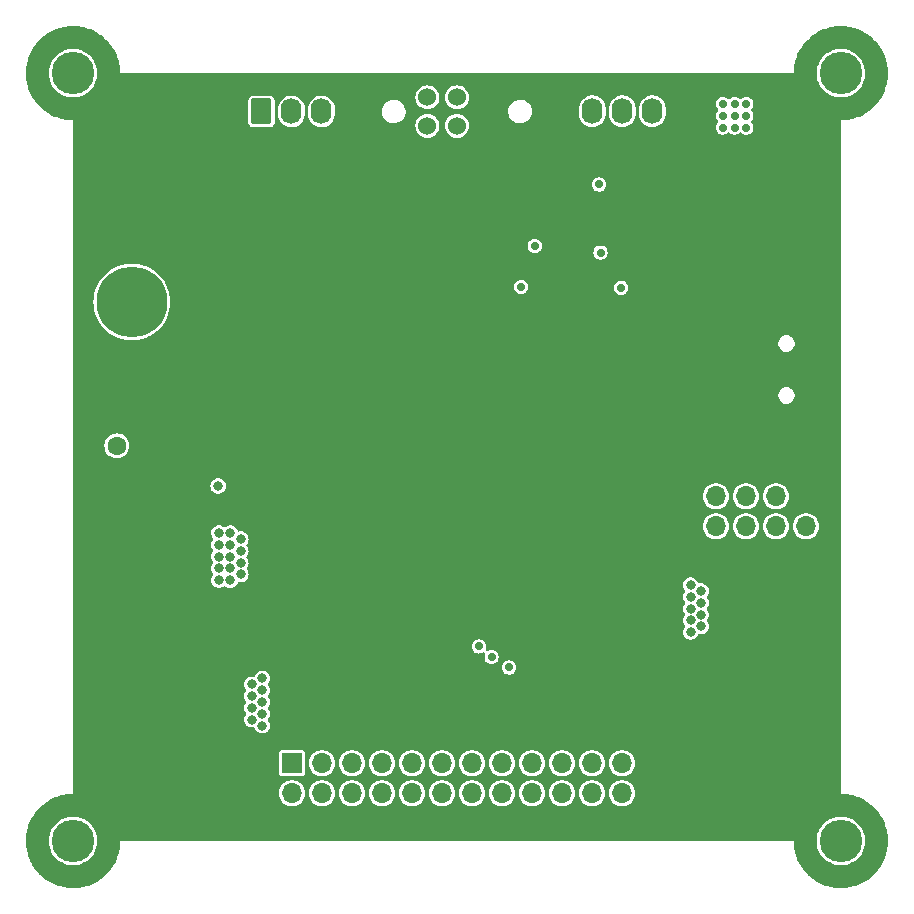
<source format=gbr>
%TF.GenerationSoftware,KiCad,Pcbnew,7.0.5*%
%TF.CreationDate,2023-12-13T15:43:58+01:00*%
%TF.ProjectId,Hexapod UGV v1.0,48657861-706f-4642-9055-47562076312e,rev?*%
%TF.SameCoordinates,Original*%
%TF.FileFunction,Copper,L2,Inr*%
%TF.FilePolarity,Positive*%
%FSLAX46Y46*%
G04 Gerber Fmt 4.6, Leading zero omitted, Abs format (unit mm)*
G04 Created by KiCad (PCBNEW 7.0.5) date 2023-12-13 15:43:58*
%MOMM*%
%LPD*%
G01*
G04 APERTURE LIST*
G04 Aperture macros list*
%AMRoundRect*
0 Rectangle with rounded corners*
0 $1 Rounding radius*
0 $2 $3 $4 $5 $6 $7 $8 $9 X,Y pos of 4 corners*
0 Add a 4 corners polygon primitive as box body*
4,1,4,$2,$3,$4,$5,$6,$7,$8,$9,$2,$3,0*
0 Add four circle primitives for the rounded corners*
1,1,$1+$1,$2,$3*
1,1,$1+$1,$4,$5*
1,1,$1+$1,$6,$7*
1,1,$1+$1,$8,$9*
0 Add four rect primitives between the rounded corners*
20,1,$1+$1,$2,$3,$4,$5,0*
20,1,$1+$1,$4,$5,$6,$7,0*
20,1,$1+$1,$6,$7,$8,$9,0*
20,1,$1+$1,$8,$9,$2,$3,0*%
G04 Aperture macros list end*
%TA.AperFunction,ComponentPad*%
%ADD10C,3.600000*%
%TD*%
%TA.AperFunction,ComponentPad*%
%ADD11R,1.700000X1.700000*%
%TD*%
%TA.AperFunction,ComponentPad*%
%ADD12O,1.700000X1.700000*%
%TD*%
%TA.AperFunction,ComponentPad*%
%ADD13RoundRect,0.250000X-0.620000X-0.845000X0.620000X-0.845000X0.620000X0.845000X-0.620000X0.845000X0*%
%TD*%
%TA.AperFunction,ComponentPad*%
%ADD14O,1.740000X2.190000*%
%TD*%
%TA.AperFunction,ComponentPad*%
%ADD15C,1.524000*%
%TD*%
%TA.AperFunction,ComponentPad*%
%ADD16RoundRect,1.500000X-1.500000X1.500000X-1.500000X-1.500000X1.500000X-1.500000X1.500000X1.500000X0*%
%TD*%
%TA.AperFunction,ComponentPad*%
%ADD17C,6.000000*%
%TD*%
%TA.AperFunction,ComponentPad*%
%ADD18C,1.600000*%
%TD*%
%TA.AperFunction,ViaPad*%
%ADD19C,0.700000*%
%TD*%
%TA.AperFunction,ViaPad*%
%ADD20C,0.800000*%
%TD*%
G04 APERTURE END LIST*
D10*
%TO.N,unconnected-(H2-Pad1)*%
%TO.C,H2*%
X100000000Y-130000000D03*
%TD*%
%TO.N,unconnected-(H4-Pad1)*%
%TO.C,H4*%
X165000000Y-130000000D03*
%TD*%
D11*
%TO.N,GND*%
%TO.C,PWR1*%
X118530000Y-128500000D03*
D12*
%TO.N,+5VL*%
X118530000Y-125960000D03*
%TO.N,GND*%
X121070000Y-128500000D03*
%TO.N,+5VL*%
X121070000Y-125960000D03*
%TO.N,GND*%
X123610000Y-128500000D03*
%TO.N,+5VL*%
X123610000Y-125960000D03*
%TO.N,GND*%
X126150000Y-128500000D03*
%TO.N,+5VL*%
X126150000Y-125960000D03*
%TO.N,GND*%
X128690000Y-128500000D03*
%TO.N,+5VL*%
X128690000Y-125960000D03*
%TO.N,GND*%
X131230000Y-128500000D03*
%TO.N,+5VL*%
X131230000Y-125960000D03*
%TO.N,GND*%
X133770000Y-128500000D03*
%TO.N,+5VP*%
X133770000Y-125960000D03*
%TO.N,GND*%
X136310000Y-128500000D03*
%TO.N,+5VP*%
X136310000Y-125960000D03*
%TO.N,GND*%
X138850000Y-128500000D03*
%TO.N,+5VP*%
X138850000Y-125960000D03*
%TO.N,GND*%
X141390000Y-128500000D03*
%TO.N,+5VP*%
X141390000Y-125960000D03*
%TO.N,GND*%
X143930000Y-128500000D03*
%TO.N,+5VP*%
X143930000Y-125960000D03*
%TO.N,GND*%
X146470000Y-128500000D03*
%TO.N,+5VP*%
X146470000Y-125960000D03*
%TD*%
D13*
%TO.N,I2C_1_SCL*%
%TO.C,J2*%
X115950000Y-68240000D03*
D14*
%TO.N,I2C_1_SDA*%
X118490000Y-68240000D03*
%TO.N,+3V3*%
X121030000Y-68240000D03*
%TO.N,GND*%
X123570000Y-68240000D03*
%TD*%
D13*
%TO.N,GND*%
%TO.C,J3*%
X141430000Y-68220000D03*
D14*
%TO.N,SWCLK*%
X143970000Y-68220000D03*
%TO.N,SWDIO*%
X146510000Y-68220000D03*
%TO.N,+3V3*%
X149050000Y-68220000D03*
%TD*%
D11*
%TO.N,PWM_0*%
%TO.C,SIG1*%
X118530000Y-123420000D03*
D12*
%TO.N,PWM_1*%
X121070000Y-123420000D03*
%TO.N,PWM_2*%
X123610000Y-123420000D03*
%TO.N,PWM_3*%
X126150000Y-123420000D03*
%TO.N,PWM_4*%
X128690000Y-123420000D03*
%TO.N,PWM_5*%
X131230000Y-123420000D03*
%TO.N,PWM_6*%
X133770000Y-123420000D03*
%TO.N,PWM_7*%
X136310000Y-123420000D03*
%TO.N,PWM_8*%
X138850000Y-123420000D03*
%TO.N,PWM_9*%
X141390000Y-123420000D03*
%TO.N,PWM_10*%
X143930000Y-123420000D03*
%TO.N,PWM_11*%
X146470000Y-123420000D03*
%TD*%
D15*
%TO.N,+3V3*%
%TO.C,SW2*%
X130000000Y-67050000D03*
%TO.N,Net-(R1-Pad1)*%
X132500000Y-67050000D03*
%TO.N,GND*%
X135000000Y-67050000D03*
%TO.N,+3V3*%
X130000000Y-69450000D03*
%TO.N,Net-(R1-Pad1)*%
X132500000Y-69450000D03*
%TO.N,GND*%
X135000000Y-69450000D03*
%TD*%
D10*
%TO.N,unconnected-(H3-Pad1)*%
%TO.C,H3*%
X165000000Y-65000000D03*
%TD*%
D16*
%TO.N,GND*%
%TO.C,J5*%
X104978200Y-77172000D03*
D17*
%TO.N,VIN+*%
X104978200Y-84372000D03*
%TD*%
D11*
%TO.N,GND*%
%TO.C,J1*%
X162052000Y-100818000D03*
D12*
%TO.N,+3V3*%
X162052000Y-103358000D03*
%TO.N,CE*%
X159512000Y-100818000D03*
%TO.N,CSN*%
X159512000Y-103358000D03*
%TO.N,SPI2_SCK*%
X156972000Y-100818000D03*
%TO.N,SPI2_MOSI*%
X156972000Y-103358000D03*
%TO.N,SPI2_MISO*%
X154432000Y-100818000D03*
%TO.N,IRQ*%
X154432000Y-103358000D03*
%TD*%
D10*
%TO.N,unconnected-(H1-Pad1)*%
%TO.C,H1*%
X100000000Y-65000000D03*
%TD*%
D18*
%TO.N,VIN+*%
%TO.C,C15*%
X103697400Y-96545400D03*
%TO.N,GND*%
X108697400Y-96545400D03*
%TD*%
D19*
%TO.N,GND*%
X136728200Y-119075200D03*
X136728200Y-116509800D03*
X115038000Y-87826000D03*
X121843800Y-98501200D03*
X161750000Y-74000000D03*
D20*
X111990000Y-122301000D03*
D19*
X159250000Y-73000000D03*
X128538000Y-84426000D03*
D20*
X108990000Y-115704000D03*
D19*
X122538000Y-81026000D03*
D20*
X113283999Y-128778000D03*
D19*
X123190000Y-98552000D03*
D20*
X158750000Y-107950000D03*
D19*
X121038000Y-81026000D03*
X116738400Y-99949000D03*
D20*
X154487000Y-122301000D03*
D19*
X134525505Y-114452400D03*
D20*
X154559000Y-94820000D03*
D19*
X144169200Y-100104400D03*
X125538000Y-81026000D03*
D20*
X110490000Y-122301000D03*
X101600000Y-124460000D03*
D19*
X115038000Y-81026000D03*
D20*
X157480000Y-107950000D03*
D19*
X119538000Y-81026000D03*
D20*
X162560000Y-111760000D03*
X108990000Y-118304000D03*
X101600000Y-125730000D03*
X106934000Y-128778000D03*
X101600000Y-114300000D03*
X101600000Y-118110000D03*
X160020000Y-107950000D03*
D19*
X154254200Y-118541800D03*
X158250000Y-74000000D03*
X120650000Y-74422000D03*
X121750000Y-91649600D03*
X141356000Y-73020000D03*
D20*
X112014000Y-128778000D03*
D19*
X113487200Y-113944400D03*
X113538000Y-81026000D03*
X128538000Y-81026000D03*
X115038000Y-82169000D03*
D20*
X151487000Y-122301000D03*
X101600000Y-113030000D03*
X155987000Y-122301000D03*
X113490000Y-122301000D03*
D19*
X127038000Y-86741000D03*
X107619800Y-70612000D03*
X113538000Y-84426000D03*
X128538000Y-86126000D03*
D20*
X162560000Y-110490000D03*
D19*
X156657000Y-118552000D03*
D20*
X160020000Y-111736000D03*
X162560000Y-107950000D03*
X101600000Y-123190000D03*
D19*
X116538000Y-87826000D03*
D20*
X101600000Y-110490000D03*
X162560000Y-109220000D03*
X114554000Y-128778000D03*
X108204000Y-128778000D03*
X160020000Y-113236000D03*
D19*
X140258800Y-82804000D03*
X127038000Y-81026000D03*
D20*
X101600000Y-111760000D03*
X101600000Y-119380000D03*
D19*
X134546800Y-88270001D03*
D20*
X160020000Y-114736000D03*
X105664000Y-128778000D03*
X101600000Y-120650000D03*
X156210000Y-107950000D03*
D19*
X118038000Y-87826000D03*
X132029200Y-113487200D03*
D20*
X146202400Y-116408200D03*
D19*
X160500000Y-73000000D03*
X112049600Y-97148500D03*
X124038000Y-81026000D03*
X120396000Y-98449900D03*
D20*
X162560000Y-114300000D03*
X108990000Y-120904000D03*
X161290000Y-107950000D03*
D19*
X115874800Y-74422000D03*
X129997200Y-107151500D03*
X113538000Y-86126000D03*
D20*
X162560000Y-113030000D03*
X109474001Y-128778000D03*
D19*
X158250000Y-73000000D03*
X117002600Y-95782900D03*
D20*
X149987000Y-122301000D03*
X129032000Y-115824000D03*
D19*
X125628400Y-74396600D03*
D20*
X108990000Y-117004000D03*
X104394000Y-128778000D03*
D19*
X142899200Y-99850400D03*
X113538000Y-87826000D03*
D20*
X101600000Y-115570000D03*
X114990000Y-122301000D03*
D19*
X127038000Y-87826000D03*
D20*
X160020000Y-110236000D03*
D19*
X116538000Y-81026000D03*
D20*
X152987000Y-122301000D03*
X101600000Y-109220000D03*
D19*
X128538000Y-87826000D03*
D20*
X101600000Y-116840000D03*
D19*
X129844800Y-109778800D03*
X135004001Y-85730000D03*
D20*
X108990000Y-122301000D03*
D19*
X155651200Y-88493600D03*
X118038000Y-81026000D03*
X136006497Y-115316000D03*
D20*
X110744000Y-128778000D03*
D19*
X133469118Y-113538047D03*
X130556000Y-113487200D03*
X157022400Y-79756000D03*
X141629200Y-99647200D03*
X134750000Y-87000000D03*
X161750000Y-73000000D03*
D20*
X108990000Y-119604000D03*
D19*
X113538000Y-82726000D03*
X159250000Y-74000000D03*
X123020001Y-91852800D03*
X129946400Y-108305600D03*
X160500000Y-74000000D03*
X128538000Y-82726000D03*
X120480000Y-91395599D03*
D20*
X101600000Y-121920000D03*
%TO.N,+3V3*%
X112278200Y-99948500D03*
D19*
X144526000Y-74422000D03*
%TO.N,PWM_9*%
X136906000Y-115316000D03*
%TO.N,PWM_10*%
X135425000Y-114427000D03*
%TO.N,PWM_11*%
X134368620Y-113537939D03*
D20*
%TO.N,VIN-*%
X113309400Y-103936800D03*
X153162000Y-110839000D03*
X115133000Y-116739000D03*
X115133000Y-117739000D03*
X152273000Y-109331000D03*
X115133000Y-119739000D03*
X114198400Y-105444800D03*
X116022000Y-116247000D03*
X112344200Y-105924601D03*
X112344200Y-107924600D03*
X116022000Y-120247000D03*
X116022000Y-117247001D03*
X116022000Y-118246999D03*
X113309400Y-104936800D03*
X113309400Y-105936801D03*
X114198400Y-106444800D03*
X115133000Y-118739000D03*
X114198400Y-107444801D03*
X153162000Y-111839000D03*
X112344200Y-104924600D03*
X112344200Y-106924600D03*
X113309400Y-106936800D03*
X113309400Y-107936800D03*
X152273000Y-111331000D03*
X114198400Y-104444800D03*
X152273000Y-112331000D03*
X112344200Y-103924600D03*
X152273000Y-110331000D03*
X153162000Y-109839000D03*
X152273000Y-108331000D03*
X153162000Y-108839000D03*
X116022000Y-119247000D03*
D19*
%TO.N,I2C_1_SDA*%
X137947400Y-83083400D03*
%TO.N,I2C_1_SCL*%
X139079500Y-79629000D03*
%TO.N,INT_GYR*%
X146405600Y-83159600D03*
%TO.N,INT_ACC*%
X144653000Y-80183800D03*
%TO.N,/Power/VO*%
X155000000Y-68600000D03*
X155000000Y-67600000D03*
X156000000Y-68600000D03*
X157000000Y-68600000D03*
X156000000Y-67600000D03*
X156000000Y-69600000D03*
X157000000Y-67600000D03*
X155000000Y-69600000D03*
X157000000Y-69600000D03*
%TD*%
%TA.AperFunction,Conductor*%
%TO.N,GND*%
G36*
X165062280Y-61003559D02*
G01*
X165272223Y-61013873D01*
X165274228Y-61014006D01*
X165453773Y-61029042D01*
X165457584Y-61029484D01*
X165665236Y-61060286D01*
X165667352Y-61060640D01*
X165844735Y-61093618D01*
X165848451Y-61094429D01*
X166051704Y-61145341D01*
X166053964Y-61145954D01*
X166227431Y-61196602D01*
X166230873Y-61197720D01*
X166427969Y-61268242D01*
X166430277Y-61269122D01*
X166597968Y-61336945D01*
X166601186Y-61338356D01*
X166687605Y-61379229D01*
X166790257Y-61427780D01*
X166792623Y-61428961D01*
X166952793Y-61513288D01*
X166955749Y-61514951D01*
X167030455Y-61559727D01*
X167135016Y-61622400D01*
X167137371Y-61623884D01*
X167165980Y-61642827D01*
X167288406Y-61723892D01*
X167291048Y-61725744D01*
X167458902Y-61850234D01*
X167461128Y-61851967D01*
X167601446Y-61966633D01*
X167603851Y-61968703D01*
X167758603Y-62108961D01*
X167760807Y-62111060D01*
X167888938Y-62239191D01*
X167891037Y-62241395D01*
X168031295Y-62396147D01*
X168033365Y-62398552D01*
X168148022Y-62538859D01*
X168149774Y-62541109D01*
X168274241Y-62708932D01*
X168276117Y-62711608D01*
X168308209Y-62760073D01*
X168376114Y-62862627D01*
X168377598Y-62864982D01*
X168485037Y-63044231D01*
X168486720Y-63047223D01*
X168571032Y-63207366D01*
X168572218Y-63209741D01*
X168661634Y-63398794D01*
X168663064Y-63402056D01*
X168730872Y-63569710D01*
X168731771Y-63572070D01*
X168802268Y-63769095D01*
X168803408Y-63772606D01*
X168854036Y-63946004D01*
X168854663Y-63948317D01*
X168905569Y-64151547D01*
X168906383Y-64155279D01*
X168939350Y-64332601D01*
X168939724Y-64334836D01*
X168970508Y-64542366D01*
X168970961Y-64546280D01*
X168976384Y-64611019D01*
X168985985Y-64725667D01*
X168986126Y-64727800D01*
X168996438Y-64937699D01*
X168996504Y-64941778D01*
X168993503Y-65121381D01*
X168993437Y-65123388D01*
X168983104Y-65333700D01*
X168982755Y-65337894D01*
X168961847Y-65515822D01*
X168961600Y-65517684D01*
X168930636Y-65726428D01*
X168929849Y-65730695D01*
X168891354Y-65905099D01*
X168890953Y-65906800D01*
X168839533Y-66112085D01*
X168838292Y-66116378D01*
X168782762Y-66285357D01*
X168782236Y-66286888D01*
X168710698Y-66486823D01*
X168708990Y-66491092D01*
X168637168Y-66652892D01*
X168636547Y-66654246D01*
X168545380Y-66847002D01*
X168543197Y-66851196D01*
X168456053Y-67004093D01*
X168455367Y-67005266D01*
X168345210Y-67189054D01*
X168342552Y-67193120D01*
X168240954Y-67335947D01*
X168112133Y-67509642D01*
X168109003Y-67513525D01*
X167994739Y-67644185D01*
X167848468Y-67805572D01*
X167844878Y-67809218D01*
X167719673Y-67926321D01*
X167556776Y-68073962D01*
X167552743Y-68077317D01*
X167418701Y-68179579D01*
X167239925Y-68312168D01*
X167235473Y-68315179D01*
X167095157Y-68401490D01*
X166901019Y-68517851D01*
X166896177Y-68520468D01*
X166753067Y-68589808D01*
X166543404Y-68688971D01*
X166538206Y-68691147D01*
X166397142Y-68742786D01*
X166170594Y-68823846D01*
X166165082Y-68825534D01*
X166035023Y-68858835D01*
X165786219Y-68921158D01*
X165780440Y-68922317D01*
X165684691Y-68936826D01*
X165395035Y-68979793D01*
X165388977Y-68980389D01*
X165002311Y-68999385D01*
X164999543Y-68999456D01*
X164999500Y-68999500D01*
X164999500Y-126000500D01*
X164999550Y-126000550D01*
X165002386Y-126000616D01*
X165083903Y-126004621D01*
X165388980Y-126019610D01*
X165395024Y-126020204D01*
X165684805Y-126063189D01*
X165780466Y-126077686D01*
X165786205Y-126078837D01*
X165994742Y-126131073D01*
X166035023Y-126141163D01*
X166165082Y-126174464D01*
X166170594Y-126176152D01*
X166397186Y-126257228D01*
X166538221Y-126308857D01*
X166543399Y-126311024D01*
X166753132Y-126410221D01*
X166840173Y-126452395D01*
X166896177Y-126479530D01*
X166901018Y-126482146D01*
X167095156Y-126598508D01*
X167122885Y-126615564D01*
X167235473Y-126684819D01*
X167239925Y-126687830D01*
X167418701Y-126820419D01*
X167552743Y-126922681D01*
X167556764Y-126926026D01*
X167719677Y-127073681D01*
X167844892Y-127190794D01*
X167848451Y-127194409D01*
X167953387Y-127310188D01*
X167994739Y-127355813D01*
X168109003Y-127486473D01*
X168112133Y-127490356D01*
X168240954Y-127664051D01*
X168342552Y-127806878D01*
X168345210Y-127810944D01*
X168455367Y-127994732D01*
X168456053Y-127995905D01*
X168543197Y-128148802D01*
X168545380Y-128152996D01*
X168636547Y-128345752D01*
X168637168Y-128347106D01*
X168708990Y-128508906D01*
X168710698Y-128513175D01*
X168782236Y-128713110D01*
X168782762Y-128714641D01*
X168838292Y-128883620D01*
X168839533Y-128887913D01*
X168890953Y-129093198D01*
X168891354Y-129094899D01*
X168929849Y-129269303D01*
X168930636Y-129273570D01*
X168961600Y-129482314D01*
X168961847Y-129484176D01*
X168982755Y-129662104D01*
X168983104Y-129666298D01*
X168993437Y-129876610D01*
X168993503Y-129878617D01*
X168996504Y-130058220D01*
X168996438Y-130062299D01*
X168986126Y-130272198D01*
X168985985Y-130274331D01*
X168970963Y-130453708D01*
X168970508Y-130457632D01*
X168939724Y-130665162D01*
X168939350Y-130667397D01*
X168906383Y-130844719D01*
X168905569Y-130848451D01*
X168854663Y-131051681D01*
X168854036Y-131053994D01*
X168803408Y-131227392D01*
X168802268Y-131230903D01*
X168731771Y-131427928D01*
X168730872Y-131430288D01*
X168663064Y-131597942D01*
X168661634Y-131601204D01*
X168572218Y-131790257D01*
X168571032Y-131792632D01*
X168486720Y-131952775D01*
X168485037Y-131955767D01*
X168377598Y-132135016D01*
X168376114Y-132137371D01*
X168276137Y-132288362D01*
X168274241Y-132291066D01*
X168149780Y-132458882D01*
X168147989Y-132461182D01*
X168033365Y-132601446D01*
X168031295Y-132603851D01*
X167891037Y-132758603D01*
X167888938Y-132760807D01*
X167760807Y-132888938D01*
X167758603Y-132891037D01*
X167603851Y-133031295D01*
X167601446Y-133033365D01*
X167461182Y-133147989D01*
X167458882Y-133149780D01*
X167291066Y-133274241D01*
X167288362Y-133276137D01*
X167137371Y-133376114D01*
X167135016Y-133377598D01*
X166955767Y-133485037D01*
X166952775Y-133486720D01*
X166792632Y-133571032D01*
X166790257Y-133572218D01*
X166601204Y-133661634D01*
X166597942Y-133663064D01*
X166430288Y-133730872D01*
X166427928Y-133731771D01*
X166230903Y-133802268D01*
X166227392Y-133803408D01*
X166053994Y-133854036D01*
X166051681Y-133854663D01*
X165848451Y-133905569D01*
X165844719Y-133906383D01*
X165667397Y-133939350D01*
X165665162Y-133939724D01*
X165457632Y-133970508D01*
X165453711Y-133970962D01*
X165385100Y-133976708D01*
X165274331Y-133985985D01*
X165272198Y-133986126D01*
X165062299Y-133996438D01*
X165058220Y-133996504D01*
X164878617Y-133993503D01*
X164876610Y-133993437D01*
X164666298Y-133983104D01*
X164662104Y-133982755D01*
X164484176Y-133961847D01*
X164482314Y-133961600D01*
X164273570Y-133930636D01*
X164269303Y-133929849D01*
X164094899Y-133891354D01*
X164093198Y-133890953D01*
X163887913Y-133839533D01*
X163883620Y-133838292D01*
X163714626Y-133782757D01*
X163713110Y-133782236D01*
X163513175Y-133710698D01*
X163508906Y-133708990D01*
X163347106Y-133637168D01*
X163345752Y-133636547D01*
X163152996Y-133545380D01*
X163148802Y-133543197D01*
X162995905Y-133456053D01*
X162994732Y-133455367D01*
X162810944Y-133345210D01*
X162806878Y-133342552D01*
X162664051Y-133240954D01*
X162490356Y-133112133D01*
X162486473Y-133109003D01*
X162355813Y-132994739D01*
X162326035Y-132967750D01*
X162194409Y-132848451D01*
X162190794Y-132844892D01*
X162073677Y-132719673D01*
X161926026Y-132556764D01*
X161922681Y-132552743D01*
X161820419Y-132418701D01*
X161687830Y-132239925D01*
X161684819Y-132235473D01*
X161598531Y-132095195D01*
X161482146Y-131901018D01*
X161479530Y-131896177D01*
X161429360Y-131792632D01*
X161410190Y-131753067D01*
X161311024Y-131543399D01*
X161308857Y-131538221D01*
X161257207Y-131397128D01*
X161221405Y-131297069D01*
X161176152Y-131170594D01*
X161174464Y-131165082D01*
X161141163Y-131035023D01*
X161087009Y-130818830D01*
X161078837Y-130786205D01*
X161077686Y-130780466D01*
X161063169Y-130684669D01*
X161020204Y-130395024D01*
X161019610Y-130388980D01*
X161000619Y-130002425D01*
X161000565Y-130000000D01*
X162944709Y-130000000D01*
X162963851Y-130279862D01*
X162963852Y-130279864D01*
X163020921Y-130554499D01*
X163020926Y-130554516D01*
X163101229Y-130780466D01*
X163114864Y-130818830D01*
X163243919Y-131067896D01*
X163405688Y-131297069D01*
X163405692Y-131297073D01*
X163405692Y-131297074D01*
X163499136Y-131397128D01*
X163597155Y-131502081D01*
X163814754Y-131679111D01*
X163814756Y-131679112D01*
X163814757Y-131679113D01*
X164054433Y-131824863D01*
X164229763Y-131901019D01*
X164311725Y-131936620D01*
X164581839Y-132012303D01*
X164826159Y-132045884D01*
X164859741Y-132050500D01*
X164859742Y-132050500D01*
X165140259Y-132050500D01*
X165170219Y-132046381D01*
X165418161Y-132012303D01*
X165688275Y-131936620D01*
X165945568Y-131824862D01*
X166185246Y-131679111D01*
X166402845Y-131502081D01*
X166594312Y-131297069D01*
X166756081Y-131067896D01*
X166885136Y-130818830D01*
X166979075Y-130554511D01*
X166979076Y-130554504D01*
X166979078Y-130554499D01*
X167013473Y-130388980D01*
X167036148Y-130279862D01*
X167055291Y-130000000D01*
X167036148Y-129720138D01*
X167012841Y-129607980D01*
X166979078Y-129445500D01*
X166979073Y-129445483D01*
X166917975Y-129273570D01*
X166885136Y-129181170D01*
X166756081Y-128932104D01*
X166594312Y-128702931D01*
X166594307Y-128702925D01*
X166402845Y-128497919D01*
X166217295Y-128346963D01*
X166185246Y-128320889D01*
X166185244Y-128320888D01*
X166185242Y-128320886D01*
X165945566Y-128175136D01*
X165688276Y-128063380D01*
X165418166Y-127987698D01*
X165418162Y-127987697D01*
X165418161Y-127987697D01*
X165279209Y-127968598D01*
X165140259Y-127949500D01*
X165140258Y-127949500D01*
X164859742Y-127949500D01*
X164859741Y-127949500D01*
X164581839Y-127987697D01*
X164581833Y-127987698D01*
X164311723Y-128063380D01*
X164054433Y-128175136D01*
X163814757Y-128320886D01*
X163597154Y-128497919D01*
X163405692Y-128702925D01*
X163405692Y-128702926D01*
X163405689Y-128702928D01*
X163405688Y-128702931D01*
X163340982Y-128794597D01*
X163243919Y-128932103D01*
X163114863Y-129181171D01*
X163020926Y-129445483D01*
X163020921Y-129445500D01*
X162963852Y-129720135D01*
X162963851Y-129720137D01*
X162944709Y-130000000D01*
X161000565Y-130000000D01*
X161000555Y-129999555D01*
X161000500Y-129999500D01*
X161000099Y-129999500D01*
X104000500Y-129999500D01*
X103999500Y-129999500D01*
X103999452Y-129999547D01*
X103999385Y-130002319D01*
X103980389Y-130388977D01*
X103979793Y-130395035D01*
X103936830Y-130684669D01*
X103922317Y-130780441D01*
X103921158Y-130786219D01*
X103858835Y-131035023D01*
X103825534Y-131165082D01*
X103823846Y-131170594D01*
X103742786Y-131397142D01*
X103691147Y-131538206D01*
X103688971Y-131543404D01*
X103589808Y-131753067D01*
X103520468Y-131896177D01*
X103517851Y-131901019D01*
X103401490Y-132095157D01*
X103315179Y-132235473D01*
X103312168Y-132239925D01*
X103179579Y-132418701D01*
X103077317Y-132552743D01*
X103073962Y-132556776D01*
X102926321Y-132719673D01*
X102809218Y-132844878D01*
X102805572Y-132848468D01*
X102644185Y-132994739D01*
X102513525Y-133109003D01*
X102509642Y-133112133D01*
X102335947Y-133240954D01*
X102193120Y-133342552D01*
X102189054Y-133345210D01*
X102005266Y-133455367D01*
X102004093Y-133456053D01*
X101851196Y-133543197D01*
X101847002Y-133545380D01*
X101654246Y-133636547D01*
X101652892Y-133637168D01*
X101491092Y-133708990D01*
X101486823Y-133710698D01*
X101286888Y-133782236D01*
X101285357Y-133782762D01*
X101116378Y-133838292D01*
X101112085Y-133839533D01*
X100906800Y-133890953D01*
X100905099Y-133891354D01*
X100730695Y-133929849D01*
X100726428Y-133930636D01*
X100517684Y-133961600D01*
X100515822Y-133961847D01*
X100337894Y-133982755D01*
X100333700Y-133983104D01*
X100123388Y-133993437D01*
X100121381Y-133993503D01*
X99941778Y-133996504D01*
X99937699Y-133996438D01*
X99727800Y-133986126D01*
X99725667Y-133985985D01*
X99687098Y-133982755D01*
X99546280Y-133970961D01*
X99542366Y-133970508D01*
X99334836Y-133939724D01*
X99332601Y-133939350D01*
X99155279Y-133906383D01*
X99151547Y-133905569D01*
X98948317Y-133854663D01*
X98946004Y-133854036D01*
X98772606Y-133803408D01*
X98769095Y-133802268D01*
X98572070Y-133731771D01*
X98569710Y-133730872D01*
X98402056Y-133663064D01*
X98398794Y-133661634D01*
X98209741Y-133572218D01*
X98207366Y-133571032D01*
X98047223Y-133486720D01*
X98044231Y-133485037D01*
X97864982Y-133377598D01*
X97862627Y-133376114D01*
X97786776Y-133325890D01*
X97711608Y-133276117D01*
X97708932Y-133274241D01*
X97541116Y-133149780D01*
X97538859Y-133148022D01*
X97398552Y-133033365D01*
X97396147Y-133031295D01*
X97241395Y-132891037D01*
X97239191Y-132888938D01*
X97111060Y-132760807D01*
X97108961Y-132758603D01*
X96968703Y-132603851D01*
X96966633Y-132601446D01*
X96851967Y-132461128D01*
X96850234Y-132458902D01*
X96725744Y-132291048D01*
X96723892Y-132288406D01*
X96623884Y-132137371D01*
X96622400Y-132135016D01*
X96548847Y-132012301D01*
X96514951Y-131955749D01*
X96513288Y-131952793D01*
X96428961Y-131792623D01*
X96427780Y-131790257D01*
X96391002Y-131712497D01*
X96338356Y-131601186D01*
X96336945Y-131597968D01*
X96269122Y-131430277D01*
X96268242Y-131427969D01*
X96197720Y-131230873D01*
X96196602Y-131227431D01*
X96145954Y-131053964D01*
X96145335Y-131051681D01*
X96141162Y-131035023D01*
X96094429Y-130848451D01*
X96093618Y-130844735D01*
X96060640Y-130667352D01*
X96060286Y-130665236D01*
X96029484Y-130457584D01*
X96029042Y-130453773D01*
X96014006Y-130274228D01*
X96013872Y-130272198D01*
X96010155Y-130196532D01*
X96003559Y-130062280D01*
X96003494Y-130058238D01*
X96004467Y-129999999D01*
X97944709Y-129999999D01*
X97963851Y-130279862D01*
X97963852Y-130279864D01*
X98020921Y-130554499D01*
X98020926Y-130554516D01*
X98101229Y-130780466D01*
X98114864Y-130818830D01*
X98243919Y-131067896D01*
X98405688Y-131297069D01*
X98405692Y-131297073D01*
X98405692Y-131297074D01*
X98499136Y-131397128D01*
X98597155Y-131502081D01*
X98814754Y-131679111D01*
X98814756Y-131679112D01*
X98814757Y-131679113D01*
X99054433Y-131824863D01*
X99229763Y-131901019D01*
X99311725Y-131936620D01*
X99581839Y-132012303D01*
X99826159Y-132045884D01*
X99859741Y-132050500D01*
X99859742Y-132050500D01*
X100140259Y-132050500D01*
X100170219Y-132046381D01*
X100418161Y-132012303D01*
X100688275Y-131936620D01*
X100945568Y-131824862D01*
X101185246Y-131679111D01*
X101402845Y-131502081D01*
X101594312Y-131297069D01*
X101756081Y-131067896D01*
X101885136Y-130818830D01*
X101979075Y-130554511D01*
X101979076Y-130554504D01*
X101979078Y-130554499D01*
X102013473Y-130388980D01*
X102036148Y-130279862D01*
X102055291Y-130000000D01*
X102036148Y-129720138D01*
X102012841Y-129607980D01*
X101979078Y-129445500D01*
X101979073Y-129445483D01*
X101917975Y-129273570D01*
X101885136Y-129181170D01*
X101756081Y-128932104D01*
X101594312Y-128702931D01*
X101594307Y-128702925D01*
X101402845Y-128497919D01*
X101217295Y-128346963D01*
X101185246Y-128320889D01*
X101185244Y-128320888D01*
X101185242Y-128320886D01*
X100945566Y-128175136D01*
X100688276Y-128063380D01*
X100418166Y-127987698D01*
X100418162Y-127987697D01*
X100418161Y-127987697D01*
X100279209Y-127968598D01*
X100140259Y-127949500D01*
X100140258Y-127949500D01*
X99859742Y-127949500D01*
X99859741Y-127949500D01*
X99581839Y-127987697D01*
X99581833Y-127987698D01*
X99311723Y-128063380D01*
X99054433Y-128175136D01*
X98814757Y-128320886D01*
X98597154Y-128497919D01*
X98405692Y-128702925D01*
X98405692Y-128702926D01*
X98405689Y-128702928D01*
X98405688Y-128702931D01*
X98340982Y-128794597D01*
X98243919Y-128932103D01*
X98114863Y-129181171D01*
X98020926Y-129445483D01*
X98020921Y-129445500D01*
X97963852Y-129720135D01*
X97963851Y-129720137D01*
X97944709Y-129999999D01*
X96004467Y-129999999D01*
X96006496Y-129878565D01*
X96006559Y-129876663D01*
X96016893Y-129666298D01*
X96017243Y-129662104D01*
X96038157Y-129484126D01*
X96038384Y-129482418D01*
X96069369Y-129273526D01*
X96070145Y-129269320D01*
X96108644Y-129094897D01*
X96109045Y-129093198D01*
X96160475Y-128887876D01*
X96161690Y-128883674D01*
X96217286Y-128714492D01*
X96217722Y-128713223D01*
X96289316Y-128513133D01*
X96290990Y-128508950D01*
X96362895Y-128346963D01*
X96363400Y-128345862D01*
X96454631Y-128152969D01*
X96456784Y-128148832D01*
X96543968Y-127995865D01*
X96544631Y-127994732D01*
X96576926Y-127940851D01*
X96654804Y-127810918D01*
X96657419Y-127806917D01*
X96759045Y-127664051D01*
X96887883Y-127490332D01*
X96890977Y-127486494D01*
X97005234Y-127355842D01*
X97151571Y-127194384D01*
X97155082Y-127190818D01*
X97280321Y-127073682D01*
X97443257Y-126926006D01*
X97447237Y-126922695D01*
X97581298Y-126820419D01*
X97760078Y-126687826D01*
X97764525Y-126684819D01*
X97794051Y-126666656D01*
X97904788Y-126598541D01*
X98098999Y-126482135D01*
X98103806Y-126479537D01*
X98246888Y-126410211D01*
X98456616Y-126311017D01*
X98461762Y-126308863D01*
X98602750Y-126257250D01*
X98829416Y-126176148D01*
X98834906Y-126174467D01*
X98964840Y-126141196D01*
X99213802Y-126078835D01*
X99219525Y-126077687D01*
X99315128Y-126063198D01*
X99604977Y-126020204D01*
X99611019Y-126019610D01*
X99997635Y-126000616D01*
X100000452Y-126000547D01*
X100000500Y-126000500D01*
X100000500Y-125960000D01*
X117424785Y-125960000D01*
X117443602Y-126163082D01*
X117499417Y-126359247D01*
X117499422Y-126359260D01*
X117590327Y-126541821D01*
X117713237Y-126704581D01*
X117863958Y-126841980D01*
X117863960Y-126841982D01*
X117963141Y-126903392D01*
X118037363Y-126949348D01*
X118227544Y-127023024D01*
X118428024Y-127060500D01*
X118428026Y-127060500D01*
X118631974Y-127060500D01*
X118631976Y-127060500D01*
X118832456Y-127023024D01*
X119022637Y-126949348D01*
X119196041Y-126841981D01*
X119346764Y-126704579D01*
X119469673Y-126541821D01*
X119560582Y-126359250D01*
X119616397Y-126163083D01*
X119635215Y-125960000D01*
X119964785Y-125960000D01*
X119983602Y-126163082D01*
X120039417Y-126359247D01*
X120039422Y-126359260D01*
X120130327Y-126541821D01*
X120253237Y-126704581D01*
X120403958Y-126841980D01*
X120403960Y-126841982D01*
X120503141Y-126903392D01*
X120577363Y-126949348D01*
X120767544Y-127023024D01*
X120968024Y-127060500D01*
X120968026Y-127060500D01*
X121171974Y-127060500D01*
X121171976Y-127060500D01*
X121372456Y-127023024D01*
X121562637Y-126949348D01*
X121736041Y-126841981D01*
X121886764Y-126704579D01*
X122009673Y-126541821D01*
X122100582Y-126359250D01*
X122156397Y-126163083D01*
X122175215Y-125960000D01*
X122504785Y-125960000D01*
X122523602Y-126163082D01*
X122579417Y-126359247D01*
X122579422Y-126359260D01*
X122670327Y-126541821D01*
X122793237Y-126704581D01*
X122943958Y-126841980D01*
X122943960Y-126841982D01*
X123043141Y-126903392D01*
X123117363Y-126949348D01*
X123307544Y-127023024D01*
X123508024Y-127060500D01*
X123508026Y-127060500D01*
X123711974Y-127060500D01*
X123711976Y-127060500D01*
X123912456Y-127023024D01*
X124102637Y-126949348D01*
X124276041Y-126841981D01*
X124426764Y-126704579D01*
X124549673Y-126541821D01*
X124640582Y-126359250D01*
X124696397Y-126163083D01*
X124715215Y-125960000D01*
X125044785Y-125960000D01*
X125063602Y-126163082D01*
X125119417Y-126359247D01*
X125119422Y-126359260D01*
X125210327Y-126541821D01*
X125333237Y-126704581D01*
X125483958Y-126841980D01*
X125483960Y-126841982D01*
X125583141Y-126903392D01*
X125657363Y-126949348D01*
X125847544Y-127023024D01*
X126048024Y-127060500D01*
X126048026Y-127060500D01*
X126251974Y-127060500D01*
X126251976Y-127060500D01*
X126452456Y-127023024D01*
X126642637Y-126949348D01*
X126816041Y-126841981D01*
X126966764Y-126704579D01*
X127089673Y-126541821D01*
X127180582Y-126359250D01*
X127236397Y-126163083D01*
X127255215Y-125960000D01*
X127584785Y-125960000D01*
X127603602Y-126163082D01*
X127659417Y-126359247D01*
X127659422Y-126359260D01*
X127750327Y-126541821D01*
X127873237Y-126704581D01*
X128023958Y-126841980D01*
X128023960Y-126841982D01*
X128123141Y-126903392D01*
X128197363Y-126949348D01*
X128387544Y-127023024D01*
X128588024Y-127060500D01*
X128588026Y-127060500D01*
X128791974Y-127060500D01*
X128791976Y-127060500D01*
X128992456Y-127023024D01*
X129182637Y-126949348D01*
X129356041Y-126841981D01*
X129506764Y-126704579D01*
X129629673Y-126541821D01*
X129720582Y-126359250D01*
X129776397Y-126163083D01*
X129795215Y-125960000D01*
X130124785Y-125960000D01*
X130143602Y-126163082D01*
X130199417Y-126359247D01*
X130199422Y-126359260D01*
X130290327Y-126541821D01*
X130413237Y-126704581D01*
X130563958Y-126841980D01*
X130563960Y-126841982D01*
X130663141Y-126903392D01*
X130737363Y-126949348D01*
X130927544Y-127023024D01*
X131128024Y-127060500D01*
X131128026Y-127060500D01*
X131331974Y-127060500D01*
X131331976Y-127060500D01*
X131532456Y-127023024D01*
X131722637Y-126949348D01*
X131896041Y-126841981D01*
X132046764Y-126704579D01*
X132169673Y-126541821D01*
X132260582Y-126359250D01*
X132316397Y-126163083D01*
X132335215Y-125960000D01*
X132664785Y-125960000D01*
X132683602Y-126163082D01*
X132739417Y-126359247D01*
X132739422Y-126359260D01*
X132830327Y-126541821D01*
X132953237Y-126704581D01*
X133103958Y-126841980D01*
X133103960Y-126841982D01*
X133203141Y-126903392D01*
X133277363Y-126949348D01*
X133467544Y-127023024D01*
X133668024Y-127060500D01*
X133668026Y-127060500D01*
X133871974Y-127060500D01*
X133871976Y-127060500D01*
X134072456Y-127023024D01*
X134262637Y-126949348D01*
X134436041Y-126841981D01*
X134586764Y-126704579D01*
X134709673Y-126541821D01*
X134800582Y-126359250D01*
X134856397Y-126163083D01*
X134875215Y-125960000D01*
X135204785Y-125960000D01*
X135223602Y-126163082D01*
X135279417Y-126359247D01*
X135279422Y-126359260D01*
X135370327Y-126541821D01*
X135493237Y-126704581D01*
X135643958Y-126841980D01*
X135643960Y-126841982D01*
X135743141Y-126903392D01*
X135817363Y-126949348D01*
X136007544Y-127023024D01*
X136208024Y-127060500D01*
X136208026Y-127060500D01*
X136411974Y-127060500D01*
X136411976Y-127060500D01*
X136612456Y-127023024D01*
X136802637Y-126949348D01*
X136976041Y-126841981D01*
X137126764Y-126704579D01*
X137249673Y-126541821D01*
X137340582Y-126359250D01*
X137396397Y-126163083D01*
X137415215Y-125960000D01*
X137744785Y-125960000D01*
X137763602Y-126163082D01*
X137819417Y-126359247D01*
X137819422Y-126359260D01*
X137910327Y-126541821D01*
X138033237Y-126704581D01*
X138183958Y-126841980D01*
X138183960Y-126841982D01*
X138283141Y-126903392D01*
X138357363Y-126949348D01*
X138547544Y-127023024D01*
X138748024Y-127060500D01*
X138748026Y-127060500D01*
X138951974Y-127060500D01*
X138951976Y-127060500D01*
X139152456Y-127023024D01*
X139342637Y-126949348D01*
X139516041Y-126841981D01*
X139666764Y-126704579D01*
X139789673Y-126541821D01*
X139880582Y-126359250D01*
X139936397Y-126163083D01*
X139955215Y-125960000D01*
X140284785Y-125960000D01*
X140303602Y-126163082D01*
X140359417Y-126359247D01*
X140359422Y-126359260D01*
X140450327Y-126541821D01*
X140573237Y-126704581D01*
X140723958Y-126841980D01*
X140723960Y-126841982D01*
X140823141Y-126903392D01*
X140897363Y-126949348D01*
X141087544Y-127023024D01*
X141288024Y-127060500D01*
X141288026Y-127060500D01*
X141491974Y-127060500D01*
X141491976Y-127060500D01*
X141692456Y-127023024D01*
X141882637Y-126949348D01*
X142056041Y-126841981D01*
X142206764Y-126704579D01*
X142329673Y-126541821D01*
X142420582Y-126359250D01*
X142476397Y-126163083D01*
X142495215Y-125960000D01*
X142824785Y-125960000D01*
X142843602Y-126163082D01*
X142899417Y-126359247D01*
X142899422Y-126359260D01*
X142990327Y-126541821D01*
X143113237Y-126704581D01*
X143263958Y-126841980D01*
X143263960Y-126841982D01*
X143363141Y-126903392D01*
X143437363Y-126949348D01*
X143627544Y-127023024D01*
X143828024Y-127060500D01*
X143828026Y-127060500D01*
X144031974Y-127060500D01*
X144031976Y-127060500D01*
X144232456Y-127023024D01*
X144422637Y-126949348D01*
X144596041Y-126841981D01*
X144746764Y-126704579D01*
X144869673Y-126541821D01*
X144960582Y-126359250D01*
X145016397Y-126163083D01*
X145035215Y-125960000D01*
X145364785Y-125960000D01*
X145383602Y-126163082D01*
X145439417Y-126359247D01*
X145439422Y-126359260D01*
X145530327Y-126541821D01*
X145653237Y-126704581D01*
X145803958Y-126841980D01*
X145803960Y-126841982D01*
X145903141Y-126903392D01*
X145977363Y-126949348D01*
X146167544Y-127023024D01*
X146368024Y-127060500D01*
X146368026Y-127060500D01*
X146571974Y-127060500D01*
X146571976Y-127060500D01*
X146772456Y-127023024D01*
X146962637Y-126949348D01*
X147136041Y-126841981D01*
X147286764Y-126704579D01*
X147409673Y-126541821D01*
X147500582Y-126359250D01*
X147556397Y-126163083D01*
X147575215Y-125960000D01*
X147556397Y-125756917D01*
X147500582Y-125560750D01*
X147409673Y-125378179D01*
X147286764Y-125215421D01*
X147286762Y-125215418D01*
X147136041Y-125078019D01*
X147136039Y-125078017D01*
X146962642Y-124970655D01*
X146962635Y-124970651D01*
X146867546Y-124933814D01*
X146772456Y-124896976D01*
X146571976Y-124859500D01*
X146368024Y-124859500D01*
X146167544Y-124896976D01*
X146167541Y-124896976D01*
X146167541Y-124896977D01*
X145977364Y-124970651D01*
X145977357Y-124970655D01*
X145803960Y-125078017D01*
X145803958Y-125078019D01*
X145653237Y-125215418D01*
X145530327Y-125378178D01*
X145439422Y-125560739D01*
X145439417Y-125560752D01*
X145383602Y-125756917D01*
X145364785Y-125959999D01*
X145364785Y-125960000D01*
X145035215Y-125960000D01*
X145016397Y-125756917D01*
X144960582Y-125560750D01*
X144869673Y-125378179D01*
X144746764Y-125215421D01*
X144746762Y-125215418D01*
X144596041Y-125078019D01*
X144596039Y-125078017D01*
X144422642Y-124970655D01*
X144422635Y-124970651D01*
X144327546Y-124933814D01*
X144232456Y-124896976D01*
X144031976Y-124859500D01*
X143828024Y-124859500D01*
X143627544Y-124896976D01*
X143627541Y-124896976D01*
X143627541Y-124896977D01*
X143437364Y-124970651D01*
X143437357Y-124970655D01*
X143263960Y-125078017D01*
X143263958Y-125078019D01*
X143113237Y-125215418D01*
X142990327Y-125378178D01*
X142899422Y-125560739D01*
X142899417Y-125560752D01*
X142843602Y-125756917D01*
X142824785Y-125959999D01*
X142824785Y-125960000D01*
X142495215Y-125960000D01*
X142476397Y-125756917D01*
X142420582Y-125560750D01*
X142329673Y-125378179D01*
X142206764Y-125215421D01*
X142206762Y-125215418D01*
X142056041Y-125078019D01*
X142056039Y-125078017D01*
X141882642Y-124970655D01*
X141882635Y-124970651D01*
X141787546Y-124933814D01*
X141692456Y-124896976D01*
X141491976Y-124859500D01*
X141288024Y-124859500D01*
X141087544Y-124896976D01*
X141087541Y-124896976D01*
X141087541Y-124896977D01*
X140897364Y-124970651D01*
X140897357Y-124970655D01*
X140723960Y-125078017D01*
X140723958Y-125078019D01*
X140573237Y-125215418D01*
X140450327Y-125378178D01*
X140359422Y-125560739D01*
X140359417Y-125560752D01*
X140303602Y-125756917D01*
X140284785Y-125959999D01*
X140284785Y-125960000D01*
X139955215Y-125960000D01*
X139936397Y-125756917D01*
X139880582Y-125560750D01*
X139789673Y-125378179D01*
X139666764Y-125215421D01*
X139666762Y-125215418D01*
X139516041Y-125078019D01*
X139516039Y-125078017D01*
X139342642Y-124970655D01*
X139342635Y-124970651D01*
X139247546Y-124933814D01*
X139152456Y-124896976D01*
X138951976Y-124859500D01*
X138748024Y-124859500D01*
X138547544Y-124896976D01*
X138547541Y-124896976D01*
X138547541Y-124896977D01*
X138357364Y-124970651D01*
X138357357Y-124970655D01*
X138183960Y-125078017D01*
X138183958Y-125078019D01*
X138033237Y-125215418D01*
X137910327Y-125378178D01*
X137819422Y-125560739D01*
X137819417Y-125560752D01*
X137763602Y-125756917D01*
X137744785Y-125959999D01*
X137744785Y-125960000D01*
X137415215Y-125960000D01*
X137396397Y-125756917D01*
X137340582Y-125560750D01*
X137249673Y-125378179D01*
X137126764Y-125215421D01*
X137126762Y-125215418D01*
X136976041Y-125078019D01*
X136976039Y-125078017D01*
X136802642Y-124970655D01*
X136802635Y-124970651D01*
X136707546Y-124933814D01*
X136612456Y-124896976D01*
X136411976Y-124859500D01*
X136208024Y-124859500D01*
X136007544Y-124896976D01*
X136007541Y-124896976D01*
X136007541Y-124896977D01*
X135817364Y-124970651D01*
X135817357Y-124970655D01*
X135643960Y-125078017D01*
X135643958Y-125078019D01*
X135493237Y-125215418D01*
X135370327Y-125378178D01*
X135279422Y-125560739D01*
X135279417Y-125560752D01*
X135223602Y-125756917D01*
X135204785Y-125959999D01*
X135204785Y-125960000D01*
X134875215Y-125960000D01*
X134856397Y-125756917D01*
X134800582Y-125560750D01*
X134709673Y-125378179D01*
X134586764Y-125215421D01*
X134586762Y-125215418D01*
X134436041Y-125078019D01*
X134436039Y-125078017D01*
X134262642Y-124970655D01*
X134262635Y-124970651D01*
X134167546Y-124933814D01*
X134072456Y-124896976D01*
X133871976Y-124859500D01*
X133668024Y-124859500D01*
X133467544Y-124896976D01*
X133467541Y-124896976D01*
X133467541Y-124896977D01*
X133277364Y-124970651D01*
X133277357Y-124970655D01*
X133103960Y-125078017D01*
X133103958Y-125078019D01*
X132953237Y-125215418D01*
X132830327Y-125378178D01*
X132739422Y-125560739D01*
X132739417Y-125560752D01*
X132683602Y-125756917D01*
X132664785Y-125959999D01*
X132664785Y-125960000D01*
X132335215Y-125960000D01*
X132316397Y-125756917D01*
X132260582Y-125560750D01*
X132169673Y-125378179D01*
X132046764Y-125215421D01*
X132046762Y-125215418D01*
X131896041Y-125078019D01*
X131896039Y-125078017D01*
X131722642Y-124970655D01*
X131722635Y-124970651D01*
X131627546Y-124933814D01*
X131532456Y-124896976D01*
X131331976Y-124859500D01*
X131128024Y-124859500D01*
X130927544Y-124896976D01*
X130927541Y-124896976D01*
X130927541Y-124896977D01*
X130737364Y-124970651D01*
X130737357Y-124970655D01*
X130563960Y-125078017D01*
X130563958Y-125078019D01*
X130413237Y-125215418D01*
X130290327Y-125378178D01*
X130199422Y-125560739D01*
X130199417Y-125560752D01*
X130143602Y-125756917D01*
X130124785Y-125959999D01*
X130124785Y-125960000D01*
X129795215Y-125960000D01*
X129776397Y-125756917D01*
X129720582Y-125560750D01*
X129629673Y-125378179D01*
X129506764Y-125215421D01*
X129506762Y-125215418D01*
X129356041Y-125078019D01*
X129356039Y-125078017D01*
X129182642Y-124970655D01*
X129182635Y-124970651D01*
X129087546Y-124933814D01*
X128992456Y-124896976D01*
X128791976Y-124859500D01*
X128588024Y-124859500D01*
X128387544Y-124896976D01*
X128387541Y-124896976D01*
X128387541Y-124896977D01*
X128197364Y-124970651D01*
X128197357Y-124970655D01*
X128023960Y-125078017D01*
X128023958Y-125078019D01*
X127873237Y-125215418D01*
X127750327Y-125378178D01*
X127659422Y-125560739D01*
X127659417Y-125560752D01*
X127603602Y-125756917D01*
X127584785Y-125959999D01*
X127584785Y-125960000D01*
X127255215Y-125960000D01*
X127236397Y-125756917D01*
X127180582Y-125560750D01*
X127089673Y-125378179D01*
X126966764Y-125215421D01*
X126966762Y-125215418D01*
X126816041Y-125078019D01*
X126816039Y-125078017D01*
X126642642Y-124970655D01*
X126642635Y-124970651D01*
X126547546Y-124933814D01*
X126452456Y-124896976D01*
X126251976Y-124859500D01*
X126048024Y-124859500D01*
X125847544Y-124896976D01*
X125847541Y-124896976D01*
X125847541Y-124896977D01*
X125657364Y-124970651D01*
X125657357Y-124970655D01*
X125483960Y-125078017D01*
X125483958Y-125078019D01*
X125333237Y-125215418D01*
X125210327Y-125378178D01*
X125119422Y-125560739D01*
X125119417Y-125560752D01*
X125063602Y-125756917D01*
X125044785Y-125959999D01*
X125044785Y-125960000D01*
X124715215Y-125960000D01*
X124696397Y-125756917D01*
X124640582Y-125560750D01*
X124549673Y-125378179D01*
X124426764Y-125215421D01*
X124426762Y-125215418D01*
X124276041Y-125078019D01*
X124276039Y-125078017D01*
X124102642Y-124970655D01*
X124102635Y-124970651D01*
X124007546Y-124933814D01*
X123912456Y-124896976D01*
X123711976Y-124859500D01*
X123508024Y-124859500D01*
X123307544Y-124896976D01*
X123307541Y-124896976D01*
X123307541Y-124896977D01*
X123117364Y-124970651D01*
X123117357Y-124970655D01*
X122943960Y-125078017D01*
X122943958Y-125078019D01*
X122793237Y-125215418D01*
X122670327Y-125378178D01*
X122579422Y-125560739D01*
X122579417Y-125560752D01*
X122523602Y-125756917D01*
X122504785Y-125959999D01*
X122504785Y-125960000D01*
X122175215Y-125960000D01*
X122156397Y-125756917D01*
X122100582Y-125560750D01*
X122009673Y-125378179D01*
X121886764Y-125215421D01*
X121886762Y-125215418D01*
X121736041Y-125078019D01*
X121736039Y-125078017D01*
X121562642Y-124970655D01*
X121562635Y-124970651D01*
X121467546Y-124933814D01*
X121372456Y-124896976D01*
X121171976Y-124859500D01*
X120968024Y-124859500D01*
X120767544Y-124896976D01*
X120767541Y-124896976D01*
X120767541Y-124896977D01*
X120577364Y-124970651D01*
X120577357Y-124970655D01*
X120403960Y-125078017D01*
X120403958Y-125078019D01*
X120253237Y-125215418D01*
X120130327Y-125378178D01*
X120039422Y-125560739D01*
X120039417Y-125560752D01*
X119983602Y-125756917D01*
X119964785Y-125959999D01*
X119964785Y-125960000D01*
X119635215Y-125960000D01*
X119616397Y-125756917D01*
X119560582Y-125560750D01*
X119469673Y-125378179D01*
X119346764Y-125215421D01*
X119346762Y-125215418D01*
X119196041Y-125078019D01*
X119196039Y-125078017D01*
X119022642Y-124970655D01*
X119022635Y-124970651D01*
X118927546Y-124933814D01*
X118832456Y-124896976D01*
X118631976Y-124859500D01*
X118428024Y-124859500D01*
X118227544Y-124896976D01*
X118227541Y-124896976D01*
X118227541Y-124896977D01*
X118037364Y-124970651D01*
X118037357Y-124970655D01*
X117863960Y-125078017D01*
X117863958Y-125078019D01*
X117713237Y-125215418D01*
X117590327Y-125378178D01*
X117499422Y-125560739D01*
X117499417Y-125560752D01*
X117443602Y-125756917D01*
X117424785Y-125959999D01*
X117424785Y-125960000D01*
X100000500Y-125960000D01*
X100000500Y-124294678D01*
X117429500Y-124294678D01*
X117444032Y-124367735D01*
X117444033Y-124367739D01*
X117444034Y-124367740D01*
X117499399Y-124450601D01*
X117582260Y-124505965D01*
X117582260Y-124505966D01*
X117582264Y-124505967D01*
X117655321Y-124520499D01*
X117655324Y-124520500D01*
X117655326Y-124520500D01*
X119404676Y-124520500D01*
X119404677Y-124520499D01*
X119477740Y-124505966D01*
X119560601Y-124450601D01*
X119615966Y-124367740D01*
X119630500Y-124294674D01*
X119630500Y-123420000D01*
X119964785Y-123420000D01*
X119983602Y-123623082D01*
X120039417Y-123819247D01*
X120039422Y-123819260D01*
X120130327Y-124001821D01*
X120253237Y-124164581D01*
X120403958Y-124301980D01*
X120403960Y-124301982D01*
X120503141Y-124363392D01*
X120577363Y-124409348D01*
X120767544Y-124483024D01*
X120968024Y-124520500D01*
X120968026Y-124520500D01*
X121171974Y-124520500D01*
X121171976Y-124520500D01*
X121372456Y-124483024D01*
X121562637Y-124409348D01*
X121736041Y-124301981D01*
X121886764Y-124164579D01*
X122009673Y-124001821D01*
X122100582Y-123819250D01*
X122156397Y-123623083D01*
X122175215Y-123420000D01*
X122504785Y-123420000D01*
X122523602Y-123623082D01*
X122579417Y-123819247D01*
X122579422Y-123819260D01*
X122670327Y-124001821D01*
X122793237Y-124164581D01*
X122943958Y-124301980D01*
X122943960Y-124301982D01*
X123043141Y-124363392D01*
X123117363Y-124409348D01*
X123307544Y-124483024D01*
X123508024Y-124520500D01*
X123508026Y-124520500D01*
X123711974Y-124520500D01*
X123711976Y-124520500D01*
X123912456Y-124483024D01*
X124102637Y-124409348D01*
X124276041Y-124301981D01*
X124426764Y-124164579D01*
X124549673Y-124001821D01*
X124640582Y-123819250D01*
X124696397Y-123623083D01*
X124715215Y-123420000D01*
X125044785Y-123420000D01*
X125063602Y-123623082D01*
X125119417Y-123819247D01*
X125119422Y-123819260D01*
X125210327Y-124001821D01*
X125333237Y-124164581D01*
X125483958Y-124301980D01*
X125483960Y-124301982D01*
X125583141Y-124363392D01*
X125657363Y-124409348D01*
X125847544Y-124483024D01*
X126048024Y-124520500D01*
X126048026Y-124520500D01*
X126251974Y-124520500D01*
X126251976Y-124520500D01*
X126452456Y-124483024D01*
X126642637Y-124409348D01*
X126816041Y-124301981D01*
X126966764Y-124164579D01*
X127089673Y-124001821D01*
X127180582Y-123819250D01*
X127236397Y-123623083D01*
X127255215Y-123420000D01*
X127584785Y-123420000D01*
X127603602Y-123623082D01*
X127659417Y-123819247D01*
X127659422Y-123819260D01*
X127750327Y-124001821D01*
X127873237Y-124164581D01*
X128023958Y-124301980D01*
X128023960Y-124301982D01*
X128123141Y-124363392D01*
X128197363Y-124409348D01*
X128387544Y-124483024D01*
X128588024Y-124520500D01*
X128588026Y-124520500D01*
X128791974Y-124520500D01*
X128791976Y-124520500D01*
X128992456Y-124483024D01*
X129182637Y-124409348D01*
X129356041Y-124301981D01*
X129506764Y-124164579D01*
X129629673Y-124001821D01*
X129720582Y-123819250D01*
X129776397Y-123623083D01*
X129795215Y-123420000D01*
X130124785Y-123420000D01*
X130143602Y-123623082D01*
X130199417Y-123819247D01*
X130199422Y-123819260D01*
X130290327Y-124001821D01*
X130413237Y-124164581D01*
X130563958Y-124301980D01*
X130563960Y-124301982D01*
X130663141Y-124363392D01*
X130737363Y-124409348D01*
X130927544Y-124483024D01*
X131128024Y-124520500D01*
X131128026Y-124520500D01*
X131331974Y-124520500D01*
X131331976Y-124520500D01*
X131532456Y-124483024D01*
X131722637Y-124409348D01*
X131896041Y-124301981D01*
X132046764Y-124164579D01*
X132169673Y-124001821D01*
X132260582Y-123819250D01*
X132316397Y-123623083D01*
X132335215Y-123420000D01*
X132664785Y-123420000D01*
X132683602Y-123623082D01*
X132739417Y-123819247D01*
X132739422Y-123819260D01*
X132830327Y-124001821D01*
X132953237Y-124164581D01*
X133103958Y-124301980D01*
X133103960Y-124301982D01*
X133203141Y-124363392D01*
X133277363Y-124409348D01*
X133467544Y-124483024D01*
X133668024Y-124520500D01*
X133668026Y-124520500D01*
X133871974Y-124520500D01*
X133871976Y-124520500D01*
X134072456Y-124483024D01*
X134262637Y-124409348D01*
X134436041Y-124301981D01*
X134586764Y-124164579D01*
X134709673Y-124001821D01*
X134800582Y-123819250D01*
X134856397Y-123623083D01*
X134875215Y-123420000D01*
X135204785Y-123420000D01*
X135223602Y-123623082D01*
X135279417Y-123819247D01*
X135279422Y-123819260D01*
X135370327Y-124001821D01*
X135493237Y-124164581D01*
X135643958Y-124301980D01*
X135643960Y-124301982D01*
X135743141Y-124363392D01*
X135817363Y-124409348D01*
X136007544Y-124483024D01*
X136208024Y-124520500D01*
X136208026Y-124520500D01*
X136411974Y-124520500D01*
X136411976Y-124520500D01*
X136612456Y-124483024D01*
X136802637Y-124409348D01*
X136976041Y-124301981D01*
X137126764Y-124164579D01*
X137249673Y-124001821D01*
X137340582Y-123819250D01*
X137396397Y-123623083D01*
X137415215Y-123420000D01*
X137744785Y-123420000D01*
X137763602Y-123623082D01*
X137819417Y-123819247D01*
X137819422Y-123819260D01*
X137910327Y-124001821D01*
X138033237Y-124164581D01*
X138183958Y-124301980D01*
X138183960Y-124301982D01*
X138283141Y-124363392D01*
X138357363Y-124409348D01*
X138547544Y-124483024D01*
X138748024Y-124520500D01*
X138748026Y-124520500D01*
X138951974Y-124520500D01*
X138951976Y-124520500D01*
X139152456Y-124483024D01*
X139342637Y-124409348D01*
X139516041Y-124301981D01*
X139666764Y-124164579D01*
X139789673Y-124001821D01*
X139880582Y-123819250D01*
X139936397Y-123623083D01*
X139955215Y-123420000D01*
X140284785Y-123420000D01*
X140303602Y-123623082D01*
X140359417Y-123819247D01*
X140359422Y-123819260D01*
X140450327Y-124001821D01*
X140573237Y-124164581D01*
X140723958Y-124301980D01*
X140723960Y-124301982D01*
X140823141Y-124363392D01*
X140897363Y-124409348D01*
X141087544Y-124483024D01*
X141288024Y-124520500D01*
X141288026Y-124520500D01*
X141491974Y-124520500D01*
X141491976Y-124520500D01*
X141692456Y-124483024D01*
X141882637Y-124409348D01*
X142056041Y-124301981D01*
X142206764Y-124164579D01*
X142329673Y-124001821D01*
X142420582Y-123819250D01*
X142476397Y-123623083D01*
X142495215Y-123420000D01*
X142824785Y-123420000D01*
X142843602Y-123623082D01*
X142899417Y-123819247D01*
X142899422Y-123819260D01*
X142990327Y-124001821D01*
X143113237Y-124164581D01*
X143263958Y-124301980D01*
X143263960Y-124301982D01*
X143363141Y-124363392D01*
X143437363Y-124409348D01*
X143627544Y-124483024D01*
X143828024Y-124520500D01*
X143828026Y-124520500D01*
X144031974Y-124520500D01*
X144031976Y-124520500D01*
X144232456Y-124483024D01*
X144422637Y-124409348D01*
X144596041Y-124301981D01*
X144746764Y-124164579D01*
X144869673Y-124001821D01*
X144960582Y-123819250D01*
X145016397Y-123623083D01*
X145035215Y-123420000D01*
X145364785Y-123420000D01*
X145383602Y-123623082D01*
X145439417Y-123819247D01*
X145439422Y-123819260D01*
X145530327Y-124001821D01*
X145653237Y-124164581D01*
X145803958Y-124301980D01*
X145803960Y-124301982D01*
X145903141Y-124363392D01*
X145977363Y-124409348D01*
X146167544Y-124483024D01*
X146368024Y-124520500D01*
X146368026Y-124520500D01*
X146571974Y-124520500D01*
X146571976Y-124520500D01*
X146772456Y-124483024D01*
X146962637Y-124409348D01*
X147136041Y-124301981D01*
X147286764Y-124164579D01*
X147409673Y-124001821D01*
X147500582Y-123819250D01*
X147556397Y-123623083D01*
X147575215Y-123420000D01*
X147556397Y-123216917D01*
X147500582Y-123020750D01*
X147409673Y-122838179D01*
X147286764Y-122675421D01*
X147286762Y-122675418D01*
X147136041Y-122538019D01*
X147136039Y-122538017D01*
X146962642Y-122430655D01*
X146962635Y-122430651D01*
X146856150Y-122389399D01*
X146772456Y-122356976D01*
X146571976Y-122319500D01*
X146368024Y-122319500D01*
X146167544Y-122356976D01*
X146167541Y-122356976D01*
X146167541Y-122356977D01*
X145977364Y-122430651D01*
X145977357Y-122430655D01*
X145803960Y-122538017D01*
X145803958Y-122538019D01*
X145653237Y-122675418D01*
X145530327Y-122838178D01*
X145439422Y-123020739D01*
X145439417Y-123020752D01*
X145383602Y-123216917D01*
X145364785Y-123419999D01*
X145364785Y-123420000D01*
X145035215Y-123420000D01*
X145016397Y-123216917D01*
X144960582Y-123020750D01*
X144869673Y-122838179D01*
X144746764Y-122675421D01*
X144746762Y-122675418D01*
X144596041Y-122538019D01*
X144596039Y-122538017D01*
X144422642Y-122430655D01*
X144422635Y-122430651D01*
X144316150Y-122389399D01*
X144232456Y-122356976D01*
X144031976Y-122319500D01*
X143828024Y-122319500D01*
X143627544Y-122356976D01*
X143627541Y-122356976D01*
X143627541Y-122356977D01*
X143437364Y-122430651D01*
X143437357Y-122430655D01*
X143263960Y-122538017D01*
X143263958Y-122538019D01*
X143113237Y-122675418D01*
X142990327Y-122838178D01*
X142899422Y-123020739D01*
X142899417Y-123020752D01*
X142843602Y-123216917D01*
X142824785Y-123419999D01*
X142824785Y-123420000D01*
X142495215Y-123420000D01*
X142476397Y-123216917D01*
X142420582Y-123020750D01*
X142329673Y-122838179D01*
X142206764Y-122675421D01*
X142206762Y-122675418D01*
X142056041Y-122538019D01*
X142056039Y-122538017D01*
X141882642Y-122430655D01*
X141882635Y-122430651D01*
X141776150Y-122389399D01*
X141692456Y-122356976D01*
X141491976Y-122319500D01*
X141288024Y-122319500D01*
X141087544Y-122356976D01*
X141087541Y-122356976D01*
X141087541Y-122356977D01*
X140897364Y-122430651D01*
X140897357Y-122430655D01*
X140723960Y-122538017D01*
X140723958Y-122538019D01*
X140573237Y-122675418D01*
X140450327Y-122838178D01*
X140359422Y-123020739D01*
X140359417Y-123020752D01*
X140303602Y-123216917D01*
X140284785Y-123419999D01*
X140284785Y-123420000D01*
X139955215Y-123420000D01*
X139936397Y-123216917D01*
X139880582Y-123020750D01*
X139789673Y-122838179D01*
X139666764Y-122675421D01*
X139666762Y-122675418D01*
X139516041Y-122538019D01*
X139516039Y-122538017D01*
X139342642Y-122430655D01*
X139342635Y-122430651D01*
X139236150Y-122389399D01*
X139152456Y-122356976D01*
X138951976Y-122319500D01*
X138748024Y-122319500D01*
X138547544Y-122356976D01*
X138547541Y-122356976D01*
X138547541Y-122356977D01*
X138357364Y-122430651D01*
X138357357Y-122430655D01*
X138183960Y-122538017D01*
X138183958Y-122538019D01*
X138033237Y-122675418D01*
X137910327Y-122838178D01*
X137819422Y-123020739D01*
X137819417Y-123020752D01*
X137763602Y-123216917D01*
X137744785Y-123419999D01*
X137744785Y-123420000D01*
X137415215Y-123420000D01*
X137396397Y-123216917D01*
X137340582Y-123020750D01*
X137249673Y-122838179D01*
X137126764Y-122675421D01*
X137126762Y-122675418D01*
X136976041Y-122538019D01*
X136976039Y-122538017D01*
X136802642Y-122430655D01*
X136802635Y-122430651D01*
X136696150Y-122389399D01*
X136612456Y-122356976D01*
X136411976Y-122319500D01*
X136208024Y-122319500D01*
X136007544Y-122356976D01*
X136007541Y-122356976D01*
X136007541Y-122356977D01*
X135817364Y-122430651D01*
X135817357Y-122430655D01*
X135643960Y-122538017D01*
X135643958Y-122538019D01*
X135493237Y-122675418D01*
X135370327Y-122838178D01*
X135279422Y-123020739D01*
X135279417Y-123020752D01*
X135223602Y-123216917D01*
X135204785Y-123419999D01*
X135204785Y-123420000D01*
X134875215Y-123420000D01*
X134856397Y-123216917D01*
X134800582Y-123020750D01*
X134709673Y-122838179D01*
X134586764Y-122675421D01*
X134586762Y-122675418D01*
X134436041Y-122538019D01*
X134436039Y-122538017D01*
X134262642Y-122430655D01*
X134262635Y-122430651D01*
X134156150Y-122389399D01*
X134072456Y-122356976D01*
X133871976Y-122319500D01*
X133668024Y-122319500D01*
X133467544Y-122356976D01*
X133467541Y-122356976D01*
X133467541Y-122356977D01*
X133277364Y-122430651D01*
X133277357Y-122430655D01*
X133103960Y-122538017D01*
X133103958Y-122538019D01*
X132953237Y-122675418D01*
X132830327Y-122838178D01*
X132739422Y-123020739D01*
X132739417Y-123020752D01*
X132683602Y-123216917D01*
X132664785Y-123419999D01*
X132664785Y-123420000D01*
X132335215Y-123420000D01*
X132316397Y-123216917D01*
X132260582Y-123020750D01*
X132169673Y-122838179D01*
X132046764Y-122675421D01*
X132046762Y-122675418D01*
X131896041Y-122538019D01*
X131896039Y-122538017D01*
X131722642Y-122430655D01*
X131722635Y-122430651D01*
X131616150Y-122389399D01*
X131532456Y-122356976D01*
X131331976Y-122319500D01*
X131128024Y-122319500D01*
X130927544Y-122356976D01*
X130927541Y-122356976D01*
X130927541Y-122356977D01*
X130737364Y-122430651D01*
X130737357Y-122430655D01*
X130563960Y-122538017D01*
X130563958Y-122538019D01*
X130413237Y-122675418D01*
X130290327Y-122838178D01*
X130199422Y-123020739D01*
X130199417Y-123020752D01*
X130143602Y-123216917D01*
X130124785Y-123419999D01*
X130124785Y-123420000D01*
X129795215Y-123420000D01*
X129776397Y-123216917D01*
X129720582Y-123020750D01*
X129629673Y-122838179D01*
X129506764Y-122675421D01*
X129506762Y-122675418D01*
X129356041Y-122538019D01*
X129356039Y-122538017D01*
X129182642Y-122430655D01*
X129182635Y-122430651D01*
X129076150Y-122389399D01*
X128992456Y-122356976D01*
X128791976Y-122319500D01*
X128588024Y-122319500D01*
X128387544Y-122356976D01*
X128387541Y-122356976D01*
X128387541Y-122356977D01*
X128197364Y-122430651D01*
X128197357Y-122430655D01*
X128023960Y-122538017D01*
X128023958Y-122538019D01*
X127873237Y-122675418D01*
X127750327Y-122838178D01*
X127659422Y-123020739D01*
X127659417Y-123020752D01*
X127603602Y-123216917D01*
X127584785Y-123419999D01*
X127584785Y-123420000D01*
X127255215Y-123420000D01*
X127236397Y-123216917D01*
X127180582Y-123020750D01*
X127089673Y-122838179D01*
X126966764Y-122675421D01*
X126966762Y-122675418D01*
X126816041Y-122538019D01*
X126816039Y-122538017D01*
X126642642Y-122430655D01*
X126642635Y-122430651D01*
X126536150Y-122389399D01*
X126452456Y-122356976D01*
X126251976Y-122319500D01*
X126048024Y-122319500D01*
X125847544Y-122356976D01*
X125847541Y-122356976D01*
X125847541Y-122356977D01*
X125657364Y-122430651D01*
X125657357Y-122430655D01*
X125483960Y-122538017D01*
X125483958Y-122538019D01*
X125333237Y-122675418D01*
X125210327Y-122838178D01*
X125119422Y-123020739D01*
X125119417Y-123020752D01*
X125063602Y-123216917D01*
X125044785Y-123419999D01*
X125044785Y-123420000D01*
X124715215Y-123420000D01*
X124696397Y-123216917D01*
X124640582Y-123020750D01*
X124549673Y-122838179D01*
X124426764Y-122675421D01*
X124426762Y-122675418D01*
X124276041Y-122538019D01*
X124276039Y-122538017D01*
X124102642Y-122430655D01*
X124102635Y-122430651D01*
X123996150Y-122389399D01*
X123912456Y-122356976D01*
X123711976Y-122319500D01*
X123508024Y-122319500D01*
X123307544Y-122356976D01*
X123307541Y-122356976D01*
X123307541Y-122356977D01*
X123117364Y-122430651D01*
X123117357Y-122430655D01*
X122943960Y-122538017D01*
X122943958Y-122538019D01*
X122793237Y-122675418D01*
X122670327Y-122838178D01*
X122579422Y-123020739D01*
X122579417Y-123020752D01*
X122523602Y-123216917D01*
X122504785Y-123419999D01*
X122504785Y-123420000D01*
X122175215Y-123420000D01*
X122156397Y-123216917D01*
X122100582Y-123020750D01*
X122009673Y-122838179D01*
X121886764Y-122675421D01*
X121886762Y-122675418D01*
X121736041Y-122538019D01*
X121736039Y-122538017D01*
X121562642Y-122430655D01*
X121562635Y-122430651D01*
X121456150Y-122389399D01*
X121372456Y-122356976D01*
X121171976Y-122319500D01*
X120968024Y-122319500D01*
X120767544Y-122356976D01*
X120767541Y-122356976D01*
X120767541Y-122356977D01*
X120577364Y-122430651D01*
X120577357Y-122430655D01*
X120403960Y-122538017D01*
X120403958Y-122538019D01*
X120253237Y-122675418D01*
X120130327Y-122838178D01*
X120039422Y-123020739D01*
X120039417Y-123020752D01*
X119983602Y-123216917D01*
X119964785Y-123419999D01*
X119964785Y-123420000D01*
X119630500Y-123420000D01*
X119630500Y-122545326D01*
X119630500Y-122545323D01*
X119630499Y-122545321D01*
X119615967Y-122472264D01*
X119615966Y-122472260D01*
X119615965Y-122472259D01*
X119560601Y-122389399D01*
X119477740Y-122334034D01*
X119477739Y-122334033D01*
X119477735Y-122334032D01*
X119404677Y-122319500D01*
X119404674Y-122319500D01*
X117655326Y-122319500D01*
X117655323Y-122319500D01*
X117582264Y-122334032D01*
X117582260Y-122334033D01*
X117499399Y-122389399D01*
X117444033Y-122472260D01*
X117444032Y-122472264D01*
X117429500Y-122545321D01*
X117429500Y-124294678D01*
X100000500Y-124294678D01*
X100000500Y-119739000D01*
X114477722Y-119739000D01*
X114496762Y-119895818D01*
X114514458Y-119942477D01*
X114552780Y-120043523D01*
X114642517Y-120173530D01*
X114760760Y-120278283D01*
X114760762Y-120278284D01*
X114900634Y-120351696D01*
X115054014Y-120389500D01*
X115054015Y-120389500D01*
X115211985Y-120389500D01*
X115259280Y-120377843D01*
X115329081Y-120380912D01*
X115386143Y-120421232D01*
X115404896Y-120454268D01*
X115441780Y-120551523D01*
X115531517Y-120681530D01*
X115649760Y-120786283D01*
X115649762Y-120786284D01*
X115789634Y-120859696D01*
X115943014Y-120897500D01*
X115943015Y-120897500D01*
X116100985Y-120897500D01*
X116254365Y-120859696D01*
X116254365Y-120859695D01*
X116394240Y-120786283D01*
X116512483Y-120681530D01*
X116602220Y-120551523D01*
X116658237Y-120403818D01*
X116677278Y-120247000D01*
X116658237Y-120090182D01*
X116602220Y-119942477D01*
X116515912Y-119817438D01*
X116494030Y-119751086D01*
X116511495Y-119683434D01*
X116515905Y-119676571D01*
X116602220Y-119551523D01*
X116658237Y-119403818D01*
X116677278Y-119247000D01*
X116658237Y-119090182D01*
X116602220Y-118942477D01*
X116515913Y-118817439D01*
X116494030Y-118751084D01*
X116511496Y-118683433D01*
X116515905Y-118676570D01*
X116602220Y-118551522D01*
X116658237Y-118403817D01*
X116677278Y-118246999D01*
X116658237Y-118090181D01*
X116602220Y-117942476D01*
X116515913Y-117817439D01*
X116494031Y-117751086D01*
X116511496Y-117683434D01*
X116515914Y-117676560D01*
X116602220Y-117551524D01*
X116658237Y-117403819D01*
X116677278Y-117247001D01*
X116667754Y-117168559D01*
X116658237Y-117090182D01*
X116636992Y-117034164D01*
X116602220Y-116942478D01*
X116515913Y-116817440D01*
X116494030Y-116751085D01*
X116511496Y-116683434D01*
X116515905Y-116676571D01*
X116602220Y-116551523D01*
X116658237Y-116403818D01*
X116677278Y-116247000D01*
X116658237Y-116090182D01*
X116602220Y-115942477D01*
X116512483Y-115812470D01*
X116394240Y-115707717D01*
X116394238Y-115707716D01*
X116394237Y-115707715D01*
X116254365Y-115634303D01*
X116100986Y-115596500D01*
X116100985Y-115596500D01*
X115943015Y-115596500D01*
X115943014Y-115596500D01*
X115789634Y-115634303D01*
X115649762Y-115707715D01*
X115531516Y-115812471D01*
X115441781Y-115942475D01*
X115441778Y-115942481D01*
X115410444Y-116025099D01*
X115368266Y-116080802D01*
X115302668Y-116104858D01*
X115264829Y-116101524D01*
X115211986Y-116088500D01*
X115211985Y-116088500D01*
X115054015Y-116088500D01*
X115054014Y-116088500D01*
X114900634Y-116126303D01*
X114760762Y-116199715D01*
X114642516Y-116304471D01*
X114552781Y-116434475D01*
X114552780Y-116434476D01*
X114496762Y-116582181D01*
X114477722Y-116738999D01*
X114477722Y-116739000D01*
X114496762Y-116895818D01*
X114552780Y-117043522D01*
X114552780Y-117043523D01*
X114584987Y-117090183D01*
X114639086Y-117168559D01*
X114660969Y-117234913D01*
X114643504Y-117302565D01*
X114639087Y-117309438D01*
X114552780Y-117434476D01*
X114496762Y-117582181D01*
X114477722Y-117738999D01*
X114477722Y-117739000D01*
X114496762Y-117895818D01*
X114552780Y-118043523D01*
X114552781Y-118043524D01*
X114639086Y-118168560D01*
X114660969Y-118234915D01*
X114643503Y-118302566D01*
X114639086Y-118309440D01*
X114552781Y-118434475D01*
X114552780Y-118434476D01*
X114496762Y-118582181D01*
X114477722Y-118738999D01*
X114477722Y-118739000D01*
X114496762Y-118895818D01*
X114552780Y-119043523D01*
X114552781Y-119043524D01*
X114639086Y-119168560D01*
X114660969Y-119234915D01*
X114643503Y-119302566D01*
X114639086Y-119309440D01*
X114552781Y-119434475D01*
X114552780Y-119434476D01*
X114496762Y-119582181D01*
X114477722Y-119738999D01*
X114477722Y-119739000D01*
X100000500Y-119739000D01*
X100000500Y-115316001D01*
X136300318Y-115316001D01*
X136320955Y-115472760D01*
X136320956Y-115472762D01*
X136381464Y-115618841D01*
X136477718Y-115744282D01*
X136603159Y-115840536D01*
X136749238Y-115901044D01*
X136827618Y-115911362D01*
X136905999Y-115921682D01*
X136906000Y-115921682D01*
X136906001Y-115921682D01*
X136958253Y-115914802D01*
X137062762Y-115901044D01*
X137208841Y-115840536D01*
X137334282Y-115744282D01*
X137430536Y-115618841D01*
X137491044Y-115472762D01*
X137511682Y-115316000D01*
X137491044Y-115159238D01*
X137430536Y-115013159D01*
X137334282Y-114887718D01*
X137208841Y-114791464D01*
X137062762Y-114730956D01*
X137062760Y-114730955D01*
X136906001Y-114710318D01*
X136905999Y-114710318D01*
X136749239Y-114730955D01*
X136749237Y-114730956D01*
X136603160Y-114791463D01*
X136477718Y-114887718D01*
X136381463Y-115013160D01*
X136320956Y-115159237D01*
X136320955Y-115159239D01*
X136300318Y-115315998D01*
X136300318Y-115316001D01*
X100000500Y-115316001D01*
X100000500Y-113537940D01*
X133762938Y-113537940D01*
X133783575Y-113694699D01*
X133783576Y-113694701D01*
X133836022Y-113821318D01*
X133844084Y-113840780D01*
X133940338Y-113966221D01*
X134065779Y-114062475D01*
X134211858Y-114122983D01*
X134290238Y-114133301D01*
X134368619Y-114143621D01*
X134368620Y-114143621D01*
X134368621Y-114143621D01*
X134420873Y-114136741D01*
X134525382Y-114122983D01*
X134671461Y-114062475D01*
X134677473Y-114057861D01*
X134742641Y-114032667D01*
X134811086Y-114046704D01*
X134861076Y-114095517D01*
X134876741Y-114163609D01*
X134867521Y-114203689D01*
X134839957Y-114270234D01*
X134839955Y-114270239D01*
X134819318Y-114426998D01*
X134819318Y-114427001D01*
X134839955Y-114583760D01*
X134839956Y-114583762D01*
X134900464Y-114729841D01*
X134996718Y-114855282D01*
X135122159Y-114951536D01*
X135268238Y-115012044D01*
X135346618Y-115022362D01*
X135424999Y-115032682D01*
X135425000Y-115032682D01*
X135425001Y-115032682D01*
X135477253Y-115025802D01*
X135581762Y-115012044D01*
X135727841Y-114951536D01*
X135853282Y-114855282D01*
X135949536Y-114729841D01*
X136010044Y-114583762D01*
X136030682Y-114427000D01*
X136010044Y-114270238D01*
X135949536Y-114124159D01*
X135853282Y-113998718D01*
X135727841Y-113902464D01*
X135581762Y-113841956D01*
X135581760Y-113841955D01*
X135425001Y-113821318D01*
X135424999Y-113821318D01*
X135268239Y-113841955D01*
X135268237Y-113841956D01*
X135122156Y-113902465D01*
X135122153Y-113902466D01*
X135116138Y-113907082D01*
X135050967Y-113932272D01*
X134982523Y-113918228D01*
X134932537Y-113869411D01*
X134916879Y-113801318D01*
X134926095Y-113761256D01*
X134953664Y-113694701D01*
X134974302Y-113537939D01*
X134953664Y-113381177D01*
X134893156Y-113235098D01*
X134796902Y-113109657D01*
X134671461Y-113013403D01*
X134594440Y-112981500D01*
X134525382Y-112952895D01*
X134525380Y-112952894D01*
X134368621Y-112932257D01*
X134368619Y-112932257D01*
X134211859Y-112952894D01*
X134211857Y-112952895D01*
X134065780Y-113013402D01*
X133940338Y-113109657D01*
X133844083Y-113235099D01*
X133783576Y-113381176D01*
X133783575Y-113381178D01*
X133762938Y-113537937D01*
X133762938Y-113537940D01*
X100000500Y-113537940D01*
X100000500Y-112331000D01*
X151617722Y-112331000D01*
X151636762Y-112487818D01*
X151692779Y-112635523D01*
X151692780Y-112635523D01*
X151782517Y-112765530D01*
X151900760Y-112870283D01*
X151900762Y-112870284D01*
X152040634Y-112943696D01*
X152194014Y-112981500D01*
X152194015Y-112981500D01*
X152351985Y-112981500D01*
X152505365Y-112943696D01*
X152527160Y-112932257D01*
X152645240Y-112870283D01*
X152763483Y-112765530D01*
X152853220Y-112635523D01*
X152884554Y-112552900D01*
X152926732Y-112497198D01*
X152992329Y-112473141D01*
X153030168Y-112476474D01*
X153083015Y-112489500D01*
X153240985Y-112489500D01*
X153394365Y-112451696D01*
X153409419Y-112443795D01*
X153534240Y-112378283D01*
X153652483Y-112273530D01*
X153742220Y-112143523D01*
X153798237Y-111995818D01*
X153817278Y-111839000D01*
X153798237Y-111682182D01*
X153742220Y-111534477D01*
X153655912Y-111409438D01*
X153634030Y-111343086D01*
X153651495Y-111275434D01*
X153655905Y-111268571D01*
X153742220Y-111143523D01*
X153798237Y-110995818D01*
X153817278Y-110839000D01*
X153815811Y-110826913D01*
X153798237Y-110682181D01*
X153776992Y-110626164D01*
X153742220Y-110534477D01*
X153655912Y-110409438D01*
X153634030Y-110343086D01*
X153651495Y-110275434D01*
X153655905Y-110268571D01*
X153742220Y-110143523D01*
X153798237Y-109995818D01*
X153817278Y-109839000D01*
X153798237Y-109682182D01*
X153742220Y-109534477D01*
X153655912Y-109409438D01*
X153634030Y-109343086D01*
X153651495Y-109275434D01*
X153655905Y-109268571D01*
X153742220Y-109143523D01*
X153798237Y-108995818D01*
X153817278Y-108839000D01*
X153798237Y-108682182D01*
X153742220Y-108534477D01*
X153652483Y-108404470D01*
X153534240Y-108299717D01*
X153534238Y-108299716D01*
X153534237Y-108299715D01*
X153394365Y-108226303D01*
X153240986Y-108188500D01*
X153240985Y-108188500D01*
X153083015Y-108188500D01*
X153048172Y-108197088D01*
X153035720Y-108200157D01*
X152965917Y-108197088D01*
X152908855Y-108156768D01*
X152890103Y-108123731D01*
X152874381Y-108082276D01*
X152853220Y-108026477D01*
X152763483Y-107896470D01*
X152645240Y-107791717D01*
X152645238Y-107791716D01*
X152645237Y-107791715D01*
X152505365Y-107718303D01*
X152351986Y-107680500D01*
X152351985Y-107680500D01*
X152194015Y-107680500D01*
X152194014Y-107680500D01*
X152040634Y-107718303D01*
X151900762Y-107791715D01*
X151782516Y-107896471D01*
X151692781Y-108026475D01*
X151692780Y-108026476D01*
X151636762Y-108174181D01*
X151617722Y-108330999D01*
X151617722Y-108331000D01*
X151636762Y-108487818D01*
X151692780Y-108635523D01*
X151692781Y-108635524D01*
X151779086Y-108760560D01*
X151800969Y-108826915D01*
X151783503Y-108894566D01*
X151779086Y-108901440D01*
X151692781Y-109026475D01*
X151692780Y-109026476D01*
X151636762Y-109174181D01*
X151617722Y-109330999D01*
X151617722Y-109331000D01*
X151636762Y-109487818D01*
X151692780Y-109635523D01*
X151692781Y-109635524D01*
X151779086Y-109760560D01*
X151800969Y-109826915D01*
X151783503Y-109894566D01*
X151779086Y-109901440D01*
X151692781Y-110026475D01*
X151692780Y-110026476D01*
X151636762Y-110174181D01*
X151617722Y-110330999D01*
X151617722Y-110331000D01*
X151636762Y-110487818D01*
X151654458Y-110534477D01*
X151692780Y-110635523D01*
X151779086Y-110760559D01*
X151800969Y-110826913D01*
X151783504Y-110894565D01*
X151779087Y-110901438D01*
X151692780Y-111026476D01*
X151636762Y-111174181D01*
X151617722Y-111330999D01*
X151617722Y-111331000D01*
X151636762Y-111487818D01*
X151692780Y-111635523D01*
X151692781Y-111635524D01*
X151779086Y-111760560D01*
X151800969Y-111826915D01*
X151783503Y-111894566D01*
X151779086Y-111901440D01*
X151692781Y-112026475D01*
X151692780Y-112026476D01*
X151636762Y-112174181D01*
X151617722Y-112330999D01*
X151617722Y-112331000D01*
X100000500Y-112331000D01*
X100000500Y-107924600D01*
X111688922Y-107924600D01*
X111707962Y-108081418D01*
X111762911Y-108226304D01*
X111763980Y-108229123D01*
X111853717Y-108359130D01*
X111971960Y-108463883D01*
X111971962Y-108463884D01*
X112111834Y-108537296D01*
X112265214Y-108575100D01*
X112265215Y-108575100D01*
X112423185Y-108575100D01*
X112576565Y-108537296D01*
X112716433Y-108463887D01*
X112716438Y-108463884D01*
X112716437Y-108463884D01*
X112716440Y-108463883D01*
X112737687Y-108445059D01*
X112800917Y-108415338D01*
X112870180Y-108424519D01*
X112902137Y-108445056D01*
X112937160Y-108476083D01*
X112937162Y-108476084D01*
X113077034Y-108549496D01*
X113230414Y-108587300D01*
X113230415Y-108587300D01*
X113388385Y-108587300D01*
X113541765Y-108549496D01*
X113570385Y-108534475D01*
X113681640Y-108476083D01*
X113799883Y-108371330D01*
X113889620Y-108241323D01*
X113920954Y-108158701D01*
X113963130Y-108103000D01*
X114028728Y-108078942D01*
X114066569Y-108082275D01*
X114119415Y-108095301D01*
X114277385Y-108095301D01*
X114430765Y-108057497D01*
X114445819Y-108049596D01*
X114570640Y-107984084D01*
X114688883Y-107879331D01*
X114778620Y-107749324D01*
X114834637Y-107601619D01*
X114853678Y-107444801D01*
X114834637Y-107287983D01*
X114778620Y-107140278D01*
X114692313Y-107015240D01*
X114670430Y-106948885D01*
X114687896Y-106881234D01*
X114692305Y-106874371D01*
X114778620Y-106749323D01*
X114834637Y-106601618D01*
X114853678Y-106444800D01*
X114842673Y-106354160D01*
X114834637Y-106287981D01*
X114812315Y-106229124D01*
X114778620Y-106140277D01*
X114692312Y-106015238D01*
X114670430Y-105948886D01*
X114687895Y-105881234D01*
X114692305Y-105874371D01*
X114778620Y-105749323D01*
X114834637Y-105601618D01*
X114853678Y-105444800D01*
X114844865Y-105372213D01*
X114834637Y-105287981D01*
X114812315Y-105229123D01*
X114778620Y-105140277D01*
X114692312Y-105015238D01*
X114670430Y-104948886D01*
X114687895Y-104881234D01*
X114692305Y-104874371D01*
X114778620Y-104749323D01*
X114834637Y-104601618D01*
X114853678Y-104444800D01*
X114844865Y-104372213D01*
X114834637Y-104287981D01*
X114812315Y-104229123D01*
X114778620Y-104140277D01*
X114688883Y-104010270D01*
X114570640Y-103905517D01*
X114570638Y-103905516D01*
X114570637Y-103905515D01*
X114430765Y-103832103D01*
X114277386Y-103794300D01*
X114277385Y-103794300D01*
X114119415Y-103794300D01*
X114084572Y-103802888D01*
X114072120Y-103805957D01*
X114002317Y-103802888D01*
X113945255Y-103762568D01*
X113926503Y-103729531D01*
X113889619Y-103632275D01*
X113857730Y-103586077D01*
X113799883Y-103502270D01*
X113681640Y-103397517D01*
X113681638Y-103397516D01*
X113681637Y-103397515D01*
X113606349Y-103358000D01*
X153326785Y-103358000D01*
X153345602Y-103561082D01*
X153401417Y-103757247D01*
X153401422Y-103757260D01*
X153492327Y-103939821D01*
X153615237Y-104102581D01*
X153765958Y-104239980D01*
X153765960Y-104239982D01*
X153843482Y-104287981D01*
X153939363Y-104347348D01*
X154129544Y-104421024D01*
X154330024Y-104458500D01*
X154330026Y-104458500D01*
X154533974Y-104458500D01*
X154533976Y-104458500D01*
X154734456Y-104421024D01*
X154924637Y-104347348D01*
X155098041Y-104239981D01*
X155248764Y-104102579D01*
X155371673Y-103939821D01*
X155462582Y-103757250D01*
X155518397Y-103561083D01*
X155537215Y-103358000D01*
X155866785Y-103358000D01*
X155885602Y-103561082D01*
X155941417Y-103757247D01*
X155941422Y-103757260D01*
X156032327Y-103939821D01*
X156155237Y-104102581D01*
X156305958Y-104239980D01*
X156305960Y-104239982D01*
X156383482Y-104287981D01*
X156479363Y-104347348D01*
X156669544Y-104421024D01*
X156870024Y-104458500D01*
X156870026Y-104458500D01*
X157073974Y-104458500D01*
X157073976Y-104458500D01*
X157274456Y-104421024D01*
X157464637Y-104347348D01*
X157638041Y-104239981D01*
X157788764Y-104102579D01*
X157911673Y-103939821D01*
X158002582Y-103757250D01*
X158058397Y-103561083D01*
X158077215Y-103358000D01*
X158406785Y-103358000D01*
X158425602Y-103561082D01*
X158481417Y-103757247D01*
X158481422Y-103757260D01*
X158572327Y-103939821D01*
X158695237Y-104102581D01*
X158845958Y-104239980D01*
X158845960Y-104239982D01*
X158923482Y-104287981D01*
X159019363Y-104347348D01*
X159209544Y-104421024D01*
X159410024Y-104458500D01*
X159410026Y-104458500D01*
X159613974Y-104458500D01*
X159613976Y-104458500D01*
X159814456Y-104421024D01*
X160004637Y-104347348D01*
X160178041Y-104239981D01*
X160328764Y-104102579D01*
X160451673Y-103939821D01*
X160542582Y-103757250D01*
X160598397Y-103561083D01*
X160617215Y-103358000D01*
X160946785Y-103358000D01*
X160965602Y-103561082D01*
X161021417Y-103757247D01*
X161021422Y-103757260D01*
X161112327Y-103939821D01*
X161235237Y-104102581D01*
X161385958Y-104239980D01*
X161385960Y-104239982D01*
X161463482Y-104287981D01*
X161559363Y-104347348D01*
X161749544Y-104421024D01*
X161950024Y-104458500D01*
X161950026Y-104458500D01*
X162153974Y-104458500D01*
X162153976Y-104458500D01*
X162354456Y-104421024D01*
X162544637Y-104347348D01*
X162718041Y-104239981D01*
X162868764Y-104102579D01*
X162991673Y-103939821D01*
X163082582Y-103757250D01*
X163138397Y-103561083D01*
X163157215Y-103358000D01*
X163138397Y-103154917D01*
X163082582Y-102958750D01*
X162991673Y-102776179D01*
X162868764Y-102613421D01*
X162868762Y-102613418D01*
X162718041Y-102476019D01*
X162718039Y-102476017D01*
X162544642Y-102368655D01*
X162544635Y-102368651D01*
X162449546Y-102331813D01*
X162354456Y-102294976D01*
X162153976Y-102257500D01*
X161950024Y-102257500D01*
X161749544Y-102294976D01*
X161749541Y-102294976D01*
X161749541Y-102294977D01*
X161559364Y-102368651D01*
X161559357Y-102368655D01*
X161385960Y-102476017D01*
X161385958Y-102476019D01*
X161235237Y-102613418D01*
X161112327Y-102776178D01*
X161021422Y-102958739D01*
X161021417Y-102958752D01*
X160965602Y-103154917D01*
X160946785Y-103357999D01*
X160946785Y-103358000D01*
X160617215Y-103358000D01*
X160598397Y-103154917D01*
X160542582Y-102958750D01*
X160451673Y-102776179D01*
X160328764Y-102613421D01*
X160328762Y-102613418D01*
X160178041Y-102476019D01*
X160178039Y-102476017D01*
X160004642Y-102368655D01*
X160004635Y-102368651D01*
X159909546Y-102331813D01*
X159814456Y-102294976D01*
X159613976Y-102257500D01*
X159410024Y-102257500D01*
X159209544Y-102294976D01*
X159209541Y-102294976D01*
X159209541Y-102294977D01*
X159019364Y-102368651D01*
X159019357Y-102368655D01*
X158845960Y-102476017D01*
X158845958Y-102476019D01*
X158695237Y-102613418D01*
X158572327Y-102776178D01*
X158481422Y-102958739D01*
X158481417Y-102958752D01*
X158425602Y-103154917D01*
X158406785Y-103357999D01*
X158406785Y-103358000D01*
X158077215Y-103358000D01*
X158058397Y-103154917D01*
X158002582Y-102958750D01*
X157911673Y-102776179D01*
X157788764Y-102613421D01*
X157788762Y-102613418D01*
X157638041Y-102476019D01*
X157638039Y-102476017D01*
X157464642Y-102368655D01*
X157464635Y-102368651D01*
X157369546Y-102331814D01*
X157274456Y-102294976D01*
X157073976Y-102257500D01*
X156870024Y-102257500D01*
X156669544Y-102294976D01*
X156669541Y-102294976D01*
X156669541Y-102294977D01*
X156479364Y-102368651D01*
X156479357Y-102368655D01*
X156305960Y-102476017D01*
X156305958Y-102476019D01*
X156155237Y-102613418D01*
X156032327Y-102776178D01*
X155941422Y-102958739D01*
X155941417Y-102958752D01*
X155885602Y-103154917D01*
X155866785Y-103357999D01*
X155866785Y-103358000D01*
X155537215Y-103358000D01*
X155518397Y-103154917D01*
X155462582Y-102958750D01*
X155371673Y-102776179D01*
X155248764Y-102613421D01*
X155248762Y-102613418D01*
X155098041Y-102476019D01*
X155098039Y-102476017D01*
X154924642Y-102368655D01*
X154924635Y-102368651D01*
X154829546Y-102331814D01*
X154734456Y-102294976D01*
X154533976Y-102257500D01*
X154330024Y-102257500D01*
X154129544Y-102294976D01*
X154129541Y-102294976D01*
X154129541Y-102294977D01*
X153939364Y-102368651D01*
X153939357Y-102368655D01*
X153765960Y-102476017D01*
X153765958Y-102476019D01*
X153615237Y-102613418D01*
X153492327Y-102776178D01*
X153401422Y-102958739D01*
X153401417Y-102958752D01*
X153345602Y-103154917D01*
X153326785Y-103357999D01*
X153326785Y-103358000D01*
X113606349Y-103358000D01*
X113541765Y-103324103D01*
X113388386Y-103286300D01*
X113388385Y-103286300D01*
X113230415Y-103286300D01*
X113230414Y-103286300D01*
X113077034Y-103324103D01*
X112937164Y-103397514D01*
X112937156Y-103397519D01*
X112915909Y-103416342D01*
X112852675Y-103446061D01*
X112783412Y-103436876D01*
X112751459Y-103416340D01*
X112716440Y-103385317D01*
X112716438Y-103385315D01*
X112576565Y-103311903D01*
X112423186Y-103274100D01*
X112423185Y-103274100D01*
X112265215Y-103274100D01*
X112265214Y-103274100D01*
X112111834Y-103311903D01*
X111971962Y-103385315D01*
X111853716Y-103490071D01*
X111763981Y-103620075D01*
X111763980Y-103620076D01*
X111707962Y-103767781D01*
X111688922Y-103924599D01*
X111688922Y-103924600D01*
X111707962Y-104081418D01*
X111730285Y-104140277D01*
X111763980Y-104229123D01*
X111798257Y-104278782D01*
X111850286Y-104354160D01*
X111872169Y-104420515D01*
X111854703Y-104488166D01*
X111850286Y-104495040D01*
X111763981Y-104620075D01*
X111763980Y-104620076D01*
X111707962Y-104767781D01*
X111688922Y-104924599D01*
X111688922Y-104924600D01*
X111707962Y-105081418D01*
X111763980Y-105229123D01*
X111763981Y-105229124D01*
X111850286Y-105354160D01*
X111872169Y-105420515D01*
X111854703Y-105488166D01*
X111850287Y-105495039D01*
X111763980Y-105620077D01*
X111707962Y-105767782D01*
X111688922Y-105924600D01*
X111688922Y-105924601D01*
X111707962Y-106081419D01*
X111763980Y-106229124D01*
X111763981Y-106229125D01*
X111850286Y-106354160D01*
X111872169Y-106420514D01*
X111854704Y-106488166D01*
X111850286Y-106495040D01*
X111763981Y-106620075D01*
X111763980Y-106620076D01*
X111707962Y-106767781D01*
X111688922Y-106924599D01*
X111688922Y-106924600D01*
X111707962Y-107081418D01*
X111763980Y-107229123D01*
X111763981Y-107229124D01*
X111850286Y-107354160D01*
X111872169Y-107420515D01*
X111854703Y-107488166D01*
X111850286Y-107495040D01*
X111763981Y-107620075D01*
X111763980Y-107620076D01*
X111707962Y-107767781D01*
X111688922Y-107924599D01*
X111688922Y-107924600D01*
X100000500Y-107924600D01*
X100000500Y-100818000D01*
X153326785Y-100818000D01*
X153345602Y-101021082D01*
X153401417Y-101217247D01*
X153401422Y-101217260D01*
X153492327Y-101399821D01*
X153615237Y-101562581D01*
X153765958Y-101699980D01*
X153765960Y-101699982D01*
X153865141Y-101761392D01*
X153939363Y-101807348D01*
X154129544Y-101881024D01*
X154330024Y-101918500D01*
X154330026Y-101918500D01*
X154533974Y-101918500D01*
X154533976Y-101918500D01*
X154734456Y-101881024D01*
X154924637Y-101807348D01*
X155098041Y-101699981D01*
X155248764Y-101562579D01*
X155371673Y-101399821D01*
X155462582Y-101217250D01*
X155518397Y-101021083D01*
X155537215Y-100818000D01*
X155866785Y-100818000D01*
X155885602Y-101021082D01*
X155941417Y-101217247D01*
X155941422Y-101217260D01*
X156032327Y-101399821D01*
X156155237Y-101562581D01*
X156305958Y-101699980D01*
X156305960Y-101699982D01*
X156405141Y-101761392D01*
X156479363Y-101807348D01*
X156669544Y-101881024D01*
X156870024Y-101918500D01*
X156870026Y-101918500D01*
X157073974Y-101918500D01*
X157073976Y-101918500D01*
X157274456Y-101881024D01*
X157464637Y-101807348D01*
X157638041Y-101699981D01*
X157788764Y-101562579D01*
X157911673Y-101399821D01*
X158002582Y-101217250D01*
X158058397Y-101021083D01*
X158077215Y-100818000D01*
X158406785Y-100818000D01*
X158425602Y-101021082D01*
X158481417Y-101217247D01*
X158481422Y-101217260D01*
X158572327Y-101399821D01*
X158695237Y-101562581D01*
X158845958Y-101699980D01*
X158845960Y-101699982D01*
X158945141Y-101761392D01*
X159019363Y-101807348D01*
X159209544Y-101881024D01*
X159410024Y-101918500D01*
X159410026Y-101918500D01*
X159613974Y-101918500D01*
X159613976Y-101918500D01*
X159814456Y-101881024D01*
X160004637Y-101807348D01*
X160178041Y-101699981D01*
X160328764Y-101562579D01*
X160451673Y-101399821D01*
X160542582Y-101217250D01*
X160598397Y-101021083D01*
X160617215Y-100818000D01*
X160598397Y-100614917D01*
X160542582Y-100418750D01*
X160451673Y-100236179D01*
X160392704Y-100158091D01*
X160328762Y-100073418D01*
X160178041Y-99936019D01*
X160178039Y-99936017D01*
X160004642Y-99828655D01*
X160004635Y-99828651D01*
X159909203Y-99791681D01*
X159814456Y-99754976D01*
X159613976Y-99717500D01*
X159410024Y-99717500D01*
X159209544Y-99754976D01*
X159209541Y-99754976D01*
X159209541Y-99754977D01*
X159019364Y-99828651D01*
X159019357Y-99828655D01*
X158845960Y-99936017D01*
X158845958Y-99936019D01*
X158695237Y-100073418D01*
X158572327Y-100236178D01*
X158481422Y-100418739D01*
X158481417Y-100418752D01*
X158425602Y-100614917D01*
X158406785Y-100817999D01*
X158406785Y-100818000D01*
X158077215Y-100818000D01*
X158058397Y-100614917D01*
X158002582Y-100418750D01*
X157911673Y-100236179D01*
X157852704Y-100158091D01*
X157788762Y-100073418D01*
X157638041Y-99936019D01*
X157638039Y-99936017D01*
X157464642Y-99828655D01*
X157464635Y-99828651D01*
X157369203Y-99791681D01*
X157274456Y-99754976D01*
X157073976Y-99717500D01*
X156870024Y-99717500D01*
X156669544Y-99754976D01*
X156669541Y-99754976D01*
X156669541Y-99754977D01*
X156479364Y-99828651D01*
X156479357Y-99828655D01*
X156305960Y-99936017D01*
X156305958Y-99936019D01*
X156155237Y-100073418D01*
X156032327Y-100236178D01*
X155941422Y-100418739D01*
X155941417Y-100418752D01*
X155885602Y-100614917D01*
X155866785Y-100817999D01*
X155866785Y-100818000D01*
X155537215Y-100818000D01*
X155518397Y-100614917D01*
X155462582Y-100418750D01*
X155371673Y-100236179D01*
X155312704Y-100158091D01*
X155248762Y-100073418D01*
X155098041Y-99936019D01*
X155098039Y-99936017D01*
X154924642Y-99828655D01*
X154924635Y-99828651D01*
X154829203Y-99791681D01*
X154734456Y-99754976D01*
X154533976Y-99717500D01*
X154330024Y-99717500D01*
X154129544Y-99754976D01*
X154129541Y-99754976D01*
X154129541Y-99754977D01*
X153939364Y-99828651D01*
X153939357Y-99828655D01*
X153765960Y-99936017D01*
X153765958Y-99936019D01*
X153615237Y-100073418D01*
X153492327Y-100236178D01*
X153401422Y-100418739D01*
X153401417Y-100418752D01*
X153345602Y-100614917D01*
X153326785Y-100817999D01*
X153326785Y-100818000D01*
X100000500Y-100818000D01*
X100000500Y-99948500D01*
X111622922Y-99948500D01*
X111641962Y-100105318D01*
X111691592Y-100236179D01*
X111697980Y-100253023D01*
X111787717Y-100383030D01*
X111905960Y-100487783D01*
X111905962Y-100487784D01*
X112045834Y-100561196D01*
X112199214Y-100599000D01*
X112199215Y-100599000D01*
X112357185Y-100599000D01*
X112510565Y-100561196D01*
X112510564Y-100561196D01*
X112650440Y-100487783D01*
X112768683Y-100383030D01*
X112858420Y-100253023D01*
X112914437Y-100105318D01*
X112933478Y-99948500D01*
X112914437Y-99791682D01*
X112858420Y-99643977D01*
X112768683Y-99513970D01*
X112650440Y-99409217D01*
X112650438Y-99409216D01*
X112650437Y-99409215D01*
X112510565Y-99335803D01*
X112357186Y-99298000D01*
X112357185Y-99298000D01*
X112199215Y-99298000D01*
X112199214Y-99298000D01*
X112045834Y-99335803D01*
X111905962Y-99409215D01*
X111787716Y-99513971D01*
X111697981Y-99643975D01*
X111697980Y-99643976D01*
X111641962Y-99791681D01*
X111622922Y-99948499D01*
X111622922Y-99948500D01*
X100000500Y-99948500D01*
X100000500Y-96545400D01*
X102641817Y-96545400D01*
X102662099Y-96751332D01*
X102662100Y-96751334D01*
X102722168Y-96949354D01*
X102819715Y-97131850D01*
X102819717Y-97131852D01*
X102950989Y-97291810D01*
X103047609Y-97371102D01*
X103110950Y-97423085D01*
X103293446Y-97520632D01*
X103491466Y-97580700D01*
X103491465Y-97580700D01*
X103511748Y-97582697D01*
X103697400Y-97600983D01*
X103903334Y-97580700D01*
X104101354Y-97520632D01*
X104283850Y-97423085D01*
X104443810Y-97291810D01*
X104575085Y-97131850D01*
X104672632Y-96949354D01*
X104732700Y-96751334D01*
X104752983Y-96545400D01*
X104732700Y-96339466D01*
X104672632Y-96141446D01*
X104575085Y-95958950D01*
X104523102Y-95895609D01*
X104443810Y-95798989D01*
X104283852Y-95667717D01*
X104283853Y-95667717D01*
X104283850Y-95667715D01*
X104101354Y-95570168D01*
X103903334Y-95510100D01*
X103903332Y-95510099D01*
X103903334Y-95510099D01*
X103697400Y-95489817D01*
X103491467Y-95510099D01*
X103293443Y-95570169D01*
X103183298Y-95629043D01*
X103110950Y-95667715D01*
X103110948Y-95667716D01*
X103110947Y-95667717D01*
X102950989Y-95798989D01*
X102819717Y-95958947D01*
X102722169Y-96141443D01*
X102662099Y-96339467D01*
X102641817Y-96545400D01*
X100000500Y-96545400D01*
X100000500Y-92373055D01*
X159691500Y-92373055D01*
X159732210Y-92538226D01*
X159811263Y-92688849D01*
X159811266Y-92688852D01*
X159924071Y-92816183D01*
X160014318Y-92878476D01*
X160064068Y-92912817D01*
X160064069Y-92912817D01*
X160064070Y-92912818D01*
X160223128Y-92973140D01*
X160299028Y-92982356D01*
X160349626Y-92988500D01*
X160349628Y-92988500D01*
X160434374Y-92988500D01*
X160476538Y-92983380D01*
X160560872Y-92973140D01*
X160719930Y-92912818D01*
X160859929Y-92816183D01*
X160972734Y-92688852D01*
X161051790Y-92538225D01*
X161092500Y-92373056D01*
X161092500Y-92202944D01*
X161051790Y-92037775D01*
X161051789Y-92037773D01*
X160972736Y-91887150D01*
X160953560Y-91865505D01*
X160859929Y-91759817D01*
X160810177Y-91725475D01*
X160719931Y-91663182D01*
X160560874Y-91602860D01*
X160560868Y-91602859D01*
X160434374Y-91587500D01*
X160434372Y-91587500D01*
X160349628Y-91587500D01*
X160349626Y-91587500D01*
X160223131Y-91602859D01*
X160223125Y-91602860D01*
X160064068Y-91663182D01*
X159924072Y-91759816D01*
X159811263Y-91887150D01*
X159732210Y-92037773D01*
X159691500Y-92202944D01*
X159691500Y-92373055D01*
X100000500Y-92373055D01*
X100000500Y-87973055D01*
X159691500Y-87973055D01*
X159732210Y-88138226D01*
X159811263Y-88288849D01*
X159811266Y-88288852D01*
X159924071Y-88416183D01*
X160014318Y-88478476D01*
X160064068Y-88512817D01*
X160064069Y-88512817D01*
X160064070Y-88512818D01*
X160223128Y-88573140D01*
X160299028Y-88582356D01*
X160349626Y-88588500D01*
X160349628Y-88588500D01*
X160434374Y-88588500D01*
X160476538Y-88583380D01*
X160560872Y-88573140D01*
X160719930Y-88512818D01*
X160859929Y-88416183D01*
X160972734Y-88288852D01*
X161051790Y-88138225D01*
X161092500Y-87973056D01*
X161092500Y-87802944D01*
X161051790Y-87637775D01*
X161043773Y-87622500D01*
X160972736Y-87487150D01*
X160953560Y-87465505D01*
X160859929Y-87359817D01*
X160810177Y-87325475D01*
X160719931Y-87263182D01*
X160560874Y-87202860D01*
X160560868Y-87202859D01*
X160434374Y-87187500D01*
X160434372Y-87187500D01*
X160349628Y-87187500D01*
X160349626Y-87187500D01*
X160223131Y-87202859D01*
X160223125Y-87202860D01*
X160064068Y-87263182D01*
X159924072Y-87359816D01*
X159811263Y-87487150D01*
X159732210Y-87637773D01*
X159691500Y-87802944D01*
X159691500Y-87973055D01*
X100000500Y-87973055D01*
X100000500Y-84372002D01*
X101722926Y-84372002D01*
X101742008Y-84723954D01*
X101799033Y-85071793D01*
X101799034Y-85071796D01*
X101893326Y-85411408D01*
X101893327Y-85411410D01*
X102023788Y-85738844D01*
X102023797Y-85738862D01*
X102188895Y-86050269D01*
X102386698Y-86342006D01*
X102386705Y-86342016D01*
X102614885Y-86610649D01*
X102614886Y-86610650D01*
X102870780Y-86853046D01*
X103151382Y-87066354D01*
X103453402Y-87248074D01*
X103453406Y-87248075D01*
X103453410Y-87248078D01*
X103773288Y-87396070D01*
X103773292Y-87396070D01*
X103773299Y-87396074D01*
X104107322Y-87508619D01*
X104451555Y-87584391D01*
X104801963Y-87622500D01*
X104801969Y-87622500D01*
X105154431Y-87622500D01*
X105154437Y-87622500D01*
X105504845Y-87584391D01*
X105849078Y-87508619D01*
X106183101Y-87396074D01*
X106183108Y-87396070D01*
X106183111Y-87396070D01*
X106436676Y-87278757D01*
X106502998Y-87248074D01*
X106805018Y-87066354D01*
X107085620Y-86853046D01*
X107341514Y-86610650D01*
X107569701Y-86342008D01*
X107767505Y-86050269D01*
X107932607Y-85738854D01*
X108063071Y-85411414D01*
X108157368Y-85071788D01*
X108214391Y-84723957D01*
X108233474Y-84372000D01*
X108214391Y-84020043D01*
X108157368Y-83672212D01*
X108099125Y-83462439D01*
X108063073Y-83332591D01*
X108063072Y-83332589D01*
X107963787Y-83083401D01*
X137341718Y-83083401D01*
X137362355Y-83240160D01*
X137362356Y-83240162D01*
X137400640Y-83332589D01*
X137422864Y-83386241D01*
X137519118Y-83511682D01*
X137644559Y-83607936D01*
X137790638Y-83668444D01*
X137869018Y-83678763D01*
X137947399Y-83689082D01*
X137947400Y-83689082D01*
X137947401Y-83689082D01*
X137999653Y-83682202D01*
X138104162Y-83668444D01*
X138250241Y-83607936D01*
X138375682Y-83511682D01*
X138471936Y-83386241D01*
X138532444Y-83240162D01*
X138543050Y-83159601D01*
X145799918Y-83159601D01*
X145820555Y-83316360D01*
X145820556Y-83316362D01*
X145881064Y-83462441D01*
X145977318Y-83587882D01*
X146102759Y-83684136D01*
X146248838Y-83744644D01*
X146327219Y-83754963D01*
X146405599Y-83765282D01*
X146405600Y-83765282D01*
X146405601Y-83765282D01*
X146457853Y-83758402D01*
X146562362Y-83744644D01*
X146708441Y-83684136D01*
X146833882Y-83587882D01*
X146930136Y-83462441D01*
X146990644Y-83316362D01*
X147011282Y-83159600D01*
X146990644Y-83002838D01*
X146930136Y-82856759D01*
X146833882Y-82731318D01*
X146708441Y-82635064D01*
X146562362Y-82574556D01*
X146562360Y-82574555D01*
X146405601Y-82553918D01*
X146405599Y-82553918D01*
X146248839Y-82574555D01*
X146248837Y-82574556D01*
X146102760Y-82635063D01*
X145977318Y-82731318D01*
X145881063Y-82856760D01*
X145820556Y-83002837D01*
X145820555Y-83002839D01*
X145799918Y-83159598D01*
X145799918Y-83159601D01*
X138543050Y-83159601D01*
X138553082Y-83083400D01*
X138532444Y-82926638D01*
X138471936Y-82780559D01*
X138375682Y-82655118D01*
X138250241Y-82558864D01*
X138238300Y-82553918D01*
X138104162Y-82498356D01*
X138104160Y-82498355D01*
X137947401Y-82477718D01*
X137947399Y-82477718D01*
X137790639Y-82498355D01*
X137790637Y-82498356D01*
X137644560Y-82558863D01*
X137519118Y-82655118D01*
X137422863Y-82780560D01*
X137362356Y-82926637D01*
X137362355Y-82926639D01*
X137341718Y-83083398D01*
X137341718Y-83083401D01*
X107963787Y-83083401D01*
X107932611Y-83005155D01*
X107932602Y-83005137D01*
X107890985Y-82926639D01*
X107767505Y-82693731D01*
X107569701Y-82401992D01*
X107569697Y-82401987D01*
X107569694Y-82401983D01*
X107341514Y-82133350D01*
X107341514Y-82133349D01*
X107085620Y-81890954D01*
X107085613Y-81890948D01*
X107085610Y-81890946D01*
X106805015Y-81677644D01*
X106503002Y-81495928D01*
X106502989Y-81495921D01*
X106183111Y-81347929D01*
X106183106Y-81347928D01*
X106183103Y-81347927D01*
X106183101Y-81347926D01*
X106076632Y-81312052D01*
X105849080Y-81235381D01*
X105504843Y-81159608D01*
X105154438Y-81121500D01*
X105154437Y-81121500D01*
X104801963Y-81121500D01*
X104801961Y-81121500D01*
X104451556Y-81159608D01*
X104107319Y-81235381D01*
X103773293Y-81347928D01*
X103773288Y-81347929D01*
X103453410Y-81495921D01*
X103453397Y-81495928D01*
X103151384Y-81677644D01*
X102870789Y-81890946D01*
X102870780Y-81890954D01*
X102614885Y-82133350D01*
X102386705Y-82401983D01*
X102386698Y-82401993D01*
X102188895Y-82693730D01*
X102023797Y-83005137D01*
X102023788Y-83005155D01*
X101893327Y-83332589D01*
X101893326Y-83332591D01*
X101799034Y-83672203D01*
X101799033Y-83672206D01*
X101742008Y-84020045D01*
X101722926Y-84371997D01*
X101722926Y-84372002D01*
X100000500Y-84372002D01*
X100000500Y-79629001D01*
X138473818Y-79629001D01*
X138494455Y-79785760D01*
X138494456Y-79785762D01*
X138554964Y-79931841D01*
X138651218Y-80057282D01*
X138776659Y-80153536D01*
X138922738Y-80214044D01*
X139001119Y-80224362D01*
X139079499Y-80234682D01*
X139079500Y-80234682D01*
X139079501Y-80234682D01*
X139131753Y-80227802D01*
X139236262Y-80214044D01*
X139309275Y-80183801D01*
X144047318Y-80183801D01*
X144067955Y-80340560D01*
X144067956Y-80340562D01*
X144128464Y-80486641D01*
X144224718Y-80612082D01*
X144350159Y-80708336D01*
X144496238Y-80768844D01*
X144574618Y-80779163D01*
X144652999Y-80789482D01*
X144653000Y-80789482D01*
X144653001Y-80789482D01*
X144705254Y-80782602D01*
X144809762Y-80768844D01*
X144955841Y-80708336D01*
X145081282Y-80612082D01*
X145177536Y-80486641D01*
X145238044Y-80340562D01*
X145254700Y-80214044D01*
X145258682Y-80183801D01*
X145258682Y-80183798D01*
X145242026Y-80057282D01*
X145238044Y-80027038D01*
X145177536Y-79880959D01*
X145081282Y-79755518D01*
X144955841Y-79659264D01*
X144882777Y-79629000D01*
X144809762Y-79598756D01*
X144809760Y-79598755D01*
X144653001Y-79578118D01*
X144652999Y-79578118D01*
X144496239Y-79598755D01*
X144496237Y-79598756D01*
X144350160Y-79659263D01*
X144224718Y-79755518D01*
X144128463Y-79880960D01*
X144067956Y-80027037D01*
X144067955Y-80027039D01*
X144047318Y-80183798D01*
X144047318Y-80183801D01*
X139309275Y-80183801D01*
X139382341Y-80153536D01*
X139507782Y-80057282D01*
X139604036Y-79931841D01*
X139664544Y-79785762D01*
X139685182Y-79629000D01*
X139681200Y-79598756D01*
X139664544Y-79472239D01*
X139664544Y-79472238D01*
X139604036Y-79326159D01*
X139507782Y-79200718D01*
X139382341Y-79104464D01*
X139236262Y-79043956D01*
X139236260Y-79043955D01*
X139079501Y-79023318D01*
X139079499Y-79023318D01*
X138922739Y-79043955D01*
X138922737Y-79043956D01*
X138776660Y-79104463D01*
X138651218Y-79200718D01*
X138554963Y-79326160D01*
X138494456Y-79472237D01*
X138494455Y-79472239D01*
X138473818Y-79628998D01*
X138473818Y-79629001D01*
X100000500Y-79629001D01*
X100000500Y-74422001D01*
X143920318Y-74422001D01*
X143940955Y-74578760D01*
X143940956Y-74578762D01*
X144001464Y-74724841D01*
X144097718Y-74850282D01*
X144223159Y-74946536D01*
X144369238Y-75007044D01*
X144447619Y-75017363D01*
X144525999Y-75027682D01*
X144526000Y-75027682D01*
X144526001Y-75027682D01*
X144578254Y-75020802D01*
X144682762Y-75007044D01*
X144828841Y-74946536D01*
X144954282Y-74850282D01*
X145050536Y-74724841D01*
X145111044Y-74578762D01*
X145131682Y-74422000D01*
X145111044Y-74265238D01*
X145050536Y-74119159D01*
X144954282Y-73993718D01*
X144828841Y-73897464D01*
X144682762Y-73836956D01*
X144682760Y-73836955D01*
X144526001Y-73816318D01*
X144525999Y-73816318D01*
X144369239Y-73836955D01*
X144369237Y-73836956D01*
X144223160Y-73897463D01*
X144097718Y-73993718D01*
X144001463Y-74119160D01*
X143940956Y-74265237D01*
X143940955Y-74265239D01*
X143920318Y-74421998D01*
X143920318Y-74422001D01*
X100000500Y-74422001D01*
X100000500Y-69132870D01*
X114829500Y-69132870D01*
X114829501Y-69132876D01*
X114835908Y-69192483D01*
X114886202Y-69327328D01*
X114886206Y-69327335D01*
X114972452Y-69442544D01*
X114972455Y-69442547D01*
X115087664Y-69528793D01*
X115087671Y-69528797D01*
X115222517Y-69579091D01*
X115222516Y-69579091D01*
X115229444Y-69579835D01*
X115282127Y-69585500D01*
X116617872Y-69585499D01*
X116677483Y-69579091D01*
X116812331Y-69528796D01*
X116927546Y-69442546D01*
X117013796Y-69327331D01*
X117064091Y-69192483D01*
X117070500Y-69132873D01*
X117070500Y-68518378D01*
X117369500Y-68518378D01*
X117382834Y-68658020D01*
X117384744Y-68678020D01*
X117384745Y-68678024D01*
X117445030Y-68883338D01*
X117543088Y-69073544D01*
X117675366Y-69241750D01*
X117675372Y-69241756D01*
X117837092Y-69381886D01*
X118022406Y-69488877D01*
X118022407Y-69488877D01*
X118022410Y-69488879D01*
X118224630Y-69558868D01*
X118436442Y-69589322D01*
X118650189Y-69579140D01*
X118858147Y-69528690D01*
X119052798Y-69439796D01*
X119227109Y-69315669D01*
X119374779Y-69160798D01*
X119387633Y-69140798D01*
X119443707Y-69053544D01*
X119490471Y-68980778D01*
X119570002Y-68782117D01*
X119610500Y-68571995D01*
X119610500Y-68518378D01*
X119909500Y-68518378D01*
X119922834Y-68658020D01*
X119924744Y-68678020D01*
X119924745Y-68678024D01*
X119985030Y-68883338D01*
X120083088Y-69073544D01*
X120215366Y-69241750D01*
X120215372Y-69241756D01*
X120377092Y-69381886D01*
X120562406Y-69488877D01*
X120562407Y-69488877D01*
X120562410Y-69488879D01*
X120764630Y-69558868D01*
X120976442Y-69589322D01*
X121190189Y-69579140D01*
X121398147Y-69528690D01*
X121570454Y-69450000D01*
X128982601Y-69450000D01*
X129002149Y-69648481D01*
X129060048Y-69839348D01*
X129154060Y-70015231D01*
X129154065Y-70015238D01*
X129280589Y-70169410D01*
X129387875Y-70257456D01*
X129434763Y-70295936D01*
X129434766Y-70295937D01*
X129434768Y-70295939D01*
X129610651Y-70389951D01*
X129610654Y-70389951D01*
X129610658Y-70389954D01*
X129801515Y-70447850D01*
X130000000Y-70467399D01*
X130198485Y-70447850D01*
X130389342Y-70389954D01*
X130565237Y-70295936D01*
X130719410Y-70169410D01*
X130845936Y-70015237D01*
X130939954Y-69839342D01*
X130997850Y-69648485D01*
X131017399Y-69450000D01*
X131482601Y-69450000D01*
X131502149Y-69648481D01*
X131560048Y-69839348D01*
X131654060Y-70015231D01*
X131654065Y-70015238D01*
X131780589Y-70169410D01*
X131887875Y-70257456D01*
X131934763Y-70295936D01*
X131934766Y-70295937D01*
X131934768Y-70295939D01*
X132110651Y-70389951D01*
X132110654Y-70389951D01*
X132110658Y-70389954D01*
X132301515Y-70447850D01*
X132500000Y-70467399D01*
X132698485Y-70447850D01*
X132889342Y-70389954D01*
X133065237Y-70295936D01*
X133219410Y-70169410D01*
X133345936Y-70015237D01*
X133439954Y-69839342D01*
X133497850Y-69648485D01*
X133502625Y-69600001D01*
X154394318Y-69600001D01*
X154414955Y-69756760D01*
X154414956Y-69756762D01*
X154475464Y-69902841D01*
X154571718Y-70028282D01*
X154697159Y-70124536D01*
X154843238Y-70185044D01*
X154921619Y-70195363D01*
X154999999Y-70205682D01*
X155000000Y-70205682D01*
X155000001Y-70205682D01*
X155052253Y-70198802D01*
X155156762Y-70185044D01*
X155302841Y-70124536D01*
X155424515Y-70031171D01*
X155489683Y-70005979D01*
X155558127Y-70020017D01*
X155575478Y-70031167D01*
X155697159Y-70124536D01*
X155843238Y-70185044D01*
X155921619Y-70195363D01*
X155999999Y-70205682D01*
X156000000Y-70205682D01*
X156000001Y-70205682D01*
X156052253Y-70198802D01*
X156156762Y-70185044D01*
X156302841Y-70124536D01*
X156424515Y-70031171D01*
X156489683Y-70005979D01*
X156558127Y-70020017D01*
X156575478Y-70031167D01*
X156697159Y-70124536D01*
X156843238Y-70185044D01*
X156921619Y-70195363D01*
X156999999Y-70205682D01*
X157000000Y-70205682D01*
X157000001Y-70205682D01*
X157052253Y-70198802D01*
X157156762Y-70185044D01*
X157302841Y-70124536D01*
X157428282Y-70028282D01*
X157524536Y-69902841D01*
X157585044Y-69756762D01*
X157605682Y-69600000D01*
X157602935Y-69579138D01*
X157585044Y-69443239D01*
X157585044Y-69443238D01*
X157524536Y-69297159D01*
X157431171Y-69175484D01*
X157405979Y-69110317D01*
X157420017Y-69041873D01*
X157431167Y-69024521D01*
X157524536Y-68902841D01*
X157585044Y-68756762D01*
X157598802Y-68652254D01*
X157605682Y-68600001D01*
X157605682Y-68599998D01*
X157585044Y-68443239D01*
X157585044Y-68443238D01*
X157524536Y-68297159D01*
X157431171Y-68175484D01*
X157405979Y-68110317D01*
X157420017Y-68041873D01*
X157431167Y-68024521D01*
X157524536Y-67902841D01*
X157585044Y-67756762D01*
X157605682Y-67600000D01*
X157605242Y-67596661D01*
X157590799Y-67486949D01*
X157585044Y-67443238D01*
X157524536Y-67297159D01*
X157428282Y-67171718D01*
X157302841Y-67075464D01*
X157156762Y-67014956D01*
X157156760Y-67014955D01*
X157000001Y-66994318D01*
X156999999Y-66994318D01*
X156843239Y-67014955D01*
X156843237Y-67014956D01*
X156697157Y-67075464D01*
X156575486Y-67168826D01*
X156510317Y-67194020D01*
X156441872Y-67179981D01*
X156424514Y-67168826D01*
X156302842Y-67075464D01*
X156156762Y-67014956D01*
X156156760Y-67014955D01*
X156000001Y-66994318D01*
X155999999Y-66994318D01*
X155843239Y-67014955D01*
X155843237Y-67014956D01*
X155697157Y-67075464D01*
X155575486Y-67168826D01*
X155510317Y-67194020D01*
X155441872Y-67179981D01*
X155424514Y-67168826D01*
X155302842Y-67075464D01*
X155156762Y-67014956D01*
X155156760Y-67014955D01*
X155000001Y-66994318D01*
X154999999Y-66994318D01*
X154843239Y-67014955D01*
X154843237Y-67014956D01*
X154697160Y-67075463D01*
X154571718Y-67171718D01*
X154475463Y-67297160D01*
X154414956Y-67443237D01*
X154414955Y-67443239D01*
X154394318Y-67599998D01*
X154394318Y-67600001D01*
X154414955Y-67756760D01*
X154414956Y-67756762D01*
X154475464Y-67902842D01*
X154568826Y-68024514D01*
X154594020Y-68089683D01*
X154579981Y-68158128D01*
X154568826Y-68175486D01*
X154475464Y-68297157D01*
X154414956Y-68443237D01*
X154414955Y-68443239D01*
X154394318Y-68599998D01*
X154394318Y-68600001D01*
X154414955Y-68756760D01*
X154414956Y-68756762D01*
X154475464Y-68902842D01*
X154568826Y-69024514D01*
X154594020Y-69089683D01*
X154579981Y-69158128D01*
X154568826Y-69175486D01*
X154475464Y-69297157D01*
X154414956Y-69443237D01*
X154414955Y-69443239D01*
X154394318Y-69599998D01*
X154394318Y-69600001D01*
X133502625Y-69600001D01*
X133517399Y-69450000D01*
X133497850Y-69251515D01*
X133439954Y-69060658D01*
X133439951Y-69060654D01*
X133439951Y-69060651D01*
X133345939Y-68884768D01*
X133345937Y-68884766D01*
X133345936Y-68884763D01*
X133261697Y-68782117D01*
X133219410Y-68730589D01*
X133065238Y-68604065D01*
X133065231Y-68604060D01*
X132889348Y-68510048D01*
X132889342Y-68510046D01*
X132698485Y-68452150D01*
X132698483Y-68452149D01*
X132698481Y-68452149D01*
X132500000Y-68432601D01*
X132301518Y-68452149D01*
X132110651Y-68510048D01*
X131934768Y-68604060D01*
X131934761Y-68604065D01*
X131780589Y-68730589D01*
X131654065Y-68884761D01*
X131654060Y-68884768D01*
X131560048Y-69060651D01*
X131502149Y-69251518D01*
X131482601Y-69450000D01*
X131017399Y-69450000D01*
X130997850Y-69251515D01*
X130939954Y-69060658D01*
X130939951Y-69060654D01*
X130939951Y-69060651D01*
X130845939Y-68884768D01*
X130845937Y-68884766D01*
X130845936Y-68884763D01*
X130761697Y-68782117D01*
X130719410Y-68730589D01*
X130565238Y-68604065D01*
X130565231Y-68604060D01*
X130389348Y-68510048D01*
X130389342Y-68510046D01*
X130198485Y-68452150D01*
X130198483Y-68452149D01*
X130198481Y-68452149D01*
X130000000Y-68432601D01*
X129801518Y-68452149D01*
X129610651Y-68510048D01*
X129434768Y-68604060D01*
X129434761Y-68604065D01*
X129280589Y-68730589D01*
X129154065Y-68884761D01*
X129154060Y-68884768D01*
X129060048Y-69060651D01*
X129002149Y-69251518D01*
X128982601Y-69450000D01*
X121570454Y-69450000D01*
X121592798Y-69439796D01*
X121767109Y-69315669D01*
X121914779Y-69160798D01*
X121927633Y-69140798D01*
X121983707Y-69053544D01*
X122030471Y-68980778D01*
X122110002Y-68782117D01*
X122150500Y-68571995D01*
X122150500Y-68300936D01*
X126145631Y-68300936D01*
X126176442Y-68502063D01*
X126176445Y-68502075D01*
X126247111Y-68692881D01*
X126247115Y-68692888D01*
X126354745Y-68865567D01*
X126354749Y-68865572D01*
X126481948Y-68999385D01*
X126494941Y-69013053D01*
X126605039Y-69089683D01*
X126661949Y-69129294D01*
X126661950Y-69129294D01*
X126661951Y-69129295D01*
X126848942Y-69209540D01*
X127048259Y-69250500D01*
X127200743Y-69250500D01*
X127352439Y-69235074D01*
X127546579Y-69174162D01*
X127546580Y-69174161D01*
X127546588Y-69174159D01*
X127724502Y-69075409D01*
X127878895Y-68942866D01*
X128003325Y-68782117D01*
X128003445Y-68781962D01*
X128003445Y-68781961D01*
X128003448Y-68781958D01*
X128093060Y-68599271D01*
X128144063Y-68402285D01*
X128149203Y-68300936D01*
X136845631Y-68300936D01*
X136876442Y-68502063D01*
X136876445Y-68502075D01*
X136947111Y-68692881D01*
X136947115Y-68692888D01*
X137054745Y-68865567D01*
X137054749Y-68865572D01*
X137181948Y-68999385D01*
X137194941Y-69013053D01*
X137305039Y-69089683D01*
X137361949Y-69129294D01*
X137361950Y-69129294D01*
X137361951Y-69129295D01*
X137548942Y-69209540D01*
X137748259Y-69250500D01*
X137900743Y-69250500D01*
X138052439Y-69235074D01*
X138246579Y-69174162D01*
X138246580Y-69174161D01*
X138246588Y-69174159D01*
X138424502Y-69075409D01*
X138578895Y-68942866D01*
X138703325Y-68782117D01*
X138703445Y-68781962D01*
X138703445Y-68781961D01*
X138703448Y-68781958D01*
X138793060Y-68599271D01*
X138819183Y-68498378D01*
X142849500Y-68498378D01*
X142859592Y-68604064D01*
X142864744Y-68658020D01*
X142864745Y-68658024D01*
X142925030Y-68863338D01*
X142925031Y-68863341D01*
X142925032Y-68863342D01*
X142985577Y-68980782D01*
X143023088Y-69053544D01*
X143155366Y-69221750D01*
X143155372Y-69221756D01*
X143317092Y-69361886D01*
X143502406Y-69468877D01*
X143502407Y-69468877D01*
X143502410Y-69468879D01*
X143704630Y-69538868D01*
X143916442Y-69569322D01*
X144130189Y-69559140D01*
X144338147Y-69508690D01*
X144532798Y-69419796D01*
X144707109Y-69295669D01*
X144854779Y-69140798D01*
X144859871Y-69132876D01*
X144957615Y-68980782D01*
X144970471Y-68960778D01*
X145050002Y-68762117D01*
X145090500Y-68551995D01*
X145090500Y-68498378D01*
X145389500Y-68498378D01*
X145399592Y-68604064D01*
X145404744Y-68658020D01*
X145404745Y-68658024D01*
X145465030Y-68863338D01*
X145465031Y-68863341D01*
X145465032Y-68863342D01*
X145525577Y-68980782D01*
X145563088Y-69053544D01*
X145695366Y-69221750D01*
X145695372Y-69221756D01*
X145857092Y-69361886D01*
X146042406Y-69468877D01*
X146042407Y-69468877D01*
X146042410Y-69468879D01*
X146244630Y-69538868D01*
X146456442Y-69569322D01*
X146670189Y-69559140D01*
X146878147Y-69508690D01*
X147072798Y-69419796D01*
X147247109Y-69295669D01*
X147394779Y-69140798D01*
X147399871Y-69132876D01*
X147497615Y-68980782D01*
X147510471Y-68960778D01*
X147590002Y-68762117D01*
X147630500Y-68551995D01*
X147630500Y-68498378D01*
X147929500Y-68498378D01*
X147939592Y-68604064D01*
X147944744Y-68658020D01*
X147944745Y-68658024D01*
X148005030Y-68863338D01*
X148005031Y-68863341D01*
X148005032Y-68863342D01*
X148065577Y-68980782D01*
X148103088Y-69053544D01*
X148235366Y-69221750D01*
X148235372Y-69221756D01*
X148397092Y-69361886D01*
X148582406Y-69468877D01*
X148582407Y-69468877D01*
X148582410Y-69468879D01*
X148784630Y-69538868D01*
X148996442Y-69569322D01*
X149210189Y-69559140D01*
X149418147Y-69508690D01*
X149612798Y-69419796D01*
X149787109Y-69295669D01*
X149934779Y-69140798D01*
X149939871Y-69132876D01*
X150037615Y-68980782D01*
X150050471Y-68960778D01*
X150130002Y-68762117D01*
X150170500Y-68551995D01*
X150170500Y-67941622D01*
X150155256Y-67781979D01*
X150094968Y-67576658D01*
X149996912Y-67386456D01*
X149864633Y-67218249D01*
X149864627Y-67218243D01*
X149702907Y-67078113D01*
X149517593Y-66971122D01*
X149315375Y-66901133D01*
X149315371Y-66901132D01*
X149315370Y-66901132D01*
X149103558Y-66870678D01*
X149103555Y-66870678D01*
X149073008Y-66872133D01*
X148889811Y-66880860D01*
X148681853Y-66931310D01*
X148670226Y-66936620D01*
X148487201Y-67020203D01*
X148487195Y-67020207D01*
X148312896Y-67144326D01*
X148312889Y-67144332D01*
X148165217Y-67299205D01*
X148049531Y-67479217D01*
X147969997Y-67677884D01*
X147929500Y-67888004D01*
X147929500Y-67888005D01*
X147929500Y-68498378D01*
X147630500Y-68498378D01*
X147630500Y-67941622D01*
X147615256Y-67781979D01*
X147554968Y-67576658D01*
X147456912Y-67386456D01*
X147324633Y-67218249D01*
X147324627Y-67218243D01*
X147162907Y-67078113D01*
X146977593Y-66971122D01*
X146775375Y-66901133D01*
X146775371Y-66901132D01*
X146775370Y-66901132D01*
X146563558Y-66870678D01*
X146563555Y-66870678D01*
X146533009Y-66872133D01*
X146349811Y-66880860D01*
X146141853Y-66931310D01*
X146130226Y-66936620D01*
X145947201Y-67020203D01*
X145947195Y-67020207D01*
X145772896Y-67144326D01*
X145772889Y-67144332D01*
X145625217Y-67299205D01*
X145509531Y-67479217D01*
X145429997Y-67677884D01*
X145389500Y-67888004D01*
X145389500Y-67888005D01*
X145389500Y-68498378D01*
X145090500Y-68498378D01*
X145090500Y-67941622D01*
X145075256Y-67781979D01*
X145014968Y-67576658D01*
X144916912Y-67386456D01*
X144784633Y-67218249D01*
X144784627Y-67218243D01*
X144622907Y-67078113D01*
X144437593Y-66971122D01*
X144235375Y-66901133D01*
X144235371Y-66901132D01*
X144235370Y-66901132D01*
X144023558Y-66870678D01*
X144023555Y-66870678D01*
X143993008Y-66872133D01*
X143809811Y-66880860D01*
X143601853Y-66931310D01*
X143590226Y-66936620D01*
X143407201Y-67020203D01*
X143407195Y-67020207D01*
X143232896Y-67144326D01*
X143232889Y-67144332D01*
X143085217Y-67299205D01*
X142969531Y-67479217D01*
X142889997Y-67677884D01*
X142849500Y-67888004D01*
X142849500Y-67888005D01*
X142849500Y-68498378D01*
X138819183Y-68498378D01*
X138844063Y-68402285D01*
X138854369Y-68199064D01*
X138823556Y-67997929D01*
X138753666Y-67809218D01*
X138752888Y-67807118D01*
X138752887Y-67807117D01*
X138752886Y-67807113D01*
X138645252Y-67634429D01*
X138505059Y-67486947D01*
X138389413Y-67406455D01*
X138338050Y-67370705D01*
X138151056Y-67290459D01*
X137951741Y-67249500D01*
X137799258Y-67249500D01*
X137799257Y-67249500D01*
X137647560Y-67264925D01*
X137453420Y-67325837D01*
X137453405Y-67325844D01*
X137275500Y-67424589D01*
X137275495Y-67424592D01*
X137121106Y-67557132D01*
X137121104Y-67557134D01*
X136996554Y-67718037D01*
X136996553Y-67718040D01*
X136906940Y-67900728D01*
X136855937Y-68097714D01*
X136845631Y-68300936D01*
X128149203Y-68300936D01*
X128154369Y-68199064D01*
X128123556Y-67997929D01*
X128053666Y-67809218D01*
X128052888Y-67807118D01*
X128052887Y-67807117D01*
X128052886Y-67807113D01*
X127945252Y-67634429D01*
X127805059Y-67486947D01*
X127689413Y-67406455D01*
X127638050Y-67370705D01*
X127451056Y-67290459D01*
X127251741Y-67249500D01*
X127099258Y-67249500D01*
X127099257Y-67249500D01*
X126947560Y-67264925D01*
X126753420Y-67325837D01*
X126753405Y-67325844D01*
X126575500Y-67424589D01*
X126575495Y-67424592D01*
X126421106Y-67557132D01*
X126421104Y-67557134D01*
X126296554Y-67718037D01*
X126296553Y-67718040D01*
X126206940Y-67900728D01*
X126155937Y-68097714D01*
X126145631Y-68300936D01*
X122150500Y-68300936D01*
X122150500Y-67961622D01*
X122135256Y-67801979D01*
X122074968Y-67596658D01*
X121976912Y-67406456D01*
X121844633Y-67238249D01*
X121844627Y-67238243D01*
X121682907Y-67098113D01*
X121599573Y-67050000D01*
X128982601Y-67050000D01*
X129002149Y-67248481D01*
X129002149Y-67248483D01*
X129002150Y-67248485D01*
X129055572Y-67424592D01*
X129060048Y-67439348D01*
X129154060Y-67615231D01*
X129154065Y-67615238D01*
X129280589Y-67769410D01*
X129387875Y-67857456D01*
X129434763Y-67895936D01*
X129434766Y-67895937D01*
X129434768Y-67895939D01*
X129610651Y-67989951D01*
X129610654Y-67989951D01*
X129610658Y-67989954D01*
X129801515Y-68047850D01*
X130000000Y-68067399D01*
X130198485Y-68047850D01*
X130389342Y-67989954D01*
X130442348Y-67961622D01*
X130508391Y-67926321D01*
X130565237Y-67895936D01*
X130719410Y-67769410D01*
X130845936Y-67615237D01*
X130907950Y-67499217D01*
X130939951Y-67439348D01*
X130939951Y-67439347D01*
X130939954Y-67439342D01*
X130997850Y-67248485D01*
X131017399Y-67050000D01*
X131482601Y-67050000D01*
X131502149Y-67248481D01*
X131502149Y-67248483D01*
X131502150Y-67248485D01*
X131555572Y-67424592D01*
X131560048Y-67439348D01*
X131654060Y-67615231D01*
X131654065Y-67615238D01*
X131780589Y-67769410D01*
X131887875Y-67857456D01*
X131934763Y-67895936D01*
X131934766Y-67895937D01*
X131934768Y-67895939D01*
X132110651Y-67989951D01*
X132110654Y-67989951D01*
X132110658Y-67989954D01*
X132301515Y-68047850D01*
X132500000Y-68067399D01*
X132698485Y-68047850D01*
X132889342Y-67989954D01*
X132942348Y-67961622D01*
X133008391Y-67926321D01*
X133065237Y-67895936D01*
X133219410Y-67769410D01*
X133345936Y-67615237D01*
X133407950Y-67499217D01*
X133439951Y-67439348D01*
X133439951Y-67439347D01*
X133439954Y-67439342D01*
X133497850Y-67248485D01*
X133517399Y-67050000D01*
X133497850Y-66851515D01*
X133439954Y-66660658D01*
X133439951Y-66660654D01*
X133439951Y-66660651D01*
X133345939Y-66484768D01*
X133345937Y-66484766D01*
X133345936Y-66484763D01*
X133307456Y-66437875D01*
X133219410Y-66330589D01*
X133065238Y-66204065D01*
X133065231Y-66204060D01*
X132889348Y-66110048D01*
X132889342Y-66110046D01*
X132698485Y-66052150D01*
X132698483Y-66052149D01*
X132698481Y-66052149D01*
X132500000Y-66032601D01*
X132301518Y-66052149D01*
X132110651Y-66110048D01*
X131934768Y-66204060D01*
X131934761Y-66204065D01*
X131780589Y-66330589D01*
X131654065Y-66484761D01*
X131654060Y-66484768D01*
X131560048Y-66660651D01*
X131502149Y-66851518D01*
X131482601Y-67050000D01*
X131017399Y-67050000D01*
X130997850Y-66851515D01*
X130939954Y-66660658D01*
X130939951Y-66660654D01*
X130939951Y-66660651D01*
X130845939Y-66484768D01*
X130845937Y-66484766D01*
X130845936Y-66484763D01*
X130807456Y-66437875D01*
X130719410Y-66330589D01*
X130565238Y-66204065D01*
X130565231Y-66204060D01*
X130389348Y-66110048D01*
X130389342Y-66110046D01*
X130198485Y-66052150D01*
X130198483Y-66052149D01*
X130198481Y-66052149D01*
X130000000Y-66032601D01*
X129801518Y-66052149D01*
X129610651Y-66110048D01*
X129434768Y-66204060D01*
X129434761Y-66204065D01*
X129280589Y-66330589D01*
X129154065Y-66484761D01*
X129154060Y-66484768D01*
X129060048Y-66660651D01*
X129002149Y-66851518D01*
X128982601Y-67050000D01*
X121599573Y-67050000D01*
X121497593Y-66991122D01*
X121295375Y-66921133D01*
X121295371Y-66921132D01*
X121295370Y-66921132D01*
X121083558Y-66890678D01*
X121083555Y-66890678D01*
X121053009Y-66892133D01*
X120869811Y-66900860D01*
X120661853Y-66951310D01*
X120618473Y-66971121D01*
X120467201Y-67040203D01*
X120467195Y-67040207D01*
X120292896Y-67164326D01*
X120292889Y-67164332D01*
X120145217Y-67319205D01*
X120029531Y-67499217D01*
X119949997Y-67697884D01*
X119910495Y-67902841D01*
X119909500Y-67908005D01*
X119909500Y-68518378D01*
X119610500Y-68518378D01*
X119610500Y-67961622D01*
X119595256Y-67801979D01*
X119534968Y-67596658D01*
X119436912Y-67406456D01*
X119304633Y-67238249D01*
X119304627Y-67238243D01*
X119142907Y-67098113D01*
X118957593Y-66991122D01*
X118755375Y-66921133D01*
X118755371Y-66921132D01*
X118755370Y-66921132D01*
X118543558Y-66890678D01*
X118543555Y-66890678D01*
X118513008Y-66892133D01*
X118329811Y-66900860D01*
X118121853Y-66951310D01*
X118078473Y-66971121D01*
X117927201Y-67040203D01*
X117927195Y-67040207D01*
X117752896Y-67164326D01*
X117752889Y-67164332D01*
X117605217Y-67319205D01*
X117489531Y-67499217D01*
X117409997Y-67697884D01*
X117370495Y-67902841D01*
X117369500Y-67908005D01*
X117369500Y-68518378D01*
X117070500Y-68518378D01*
X117070499Y-67347128D01*
X117065128Y-67297160D01*
X117064091Y-67287516D01*
X117013797Y-67152671D01*
X117013793Y-67152664D01*
X116927547Y-67037455D01*
X116927544Y-67037452D01*
X116812335Y-66951206D01*
X116812328Y-66951202D01*
X116677482Y-66900908D01*
X116677483Y-66900908D01*
X116617883Y-66894501D01*
X116617881Y-66894500D01*
X116617873Y-66894500D01*
X116617864Y-66894500D01*
X115282129Y-66894500D01*
X115282123Y-66894501D01*
X115222516Y-66900908D01*
X115087671Y-66951202D01*
X115087664Y-66951206D01*
X114972455Y-67037452D01*
X114972452Y-67037455D01*
X114886206Y-67152664D01*
X114886202Y-67152671D01*
X114835908Y-67287517D01*
X114831788Y-67325844D01*
X114829501Y-67347123D01*
X114829500Y-67347135D01*
X114829500Y-69132870D01*
X100000500Y-69132870D01*
X100000500Y-68999500D01*
X100000459Y-68999459D01*
X99997713Y-68999386D01*
X99611020Y-68980389D01*
X99604962Y-68979793D01*
X99315355Y-68936833D01*
X99219558Y-68922317D01*
X99213779Y-68921158D01*
X98964975Y-68858835D01*
X98834916Y-68825534D01*
X98829404Y-68823846D01*
X98602856Y-68742786D01*
X98461792Y-68691147D01*
X98456594Y-68688971D01*
X98246931Y-68589808D01*
X98103821Y-68520468D01*
X98098979Y-68517851D01*
X97904841Y-68401490D01*
X97764525Y-68315179D01*
X97760073Y-68312168D01*
X97581297Y-68179579D01*
X97447255Y-68077317D01*
X97443230Y-68073969D01*
X97280337Y-67926332D01*
X97155106Y-67809204D01*
X97151548Y-67805590D01*
X97005247Y-67644172D01*
X96996725Y-67634427D01*
X96890995Y-67513525D01*
X96887865Y-67509642D01*
X96759044Y-67335947D01*
X96751857Y-67325844D01*
X96657436Y-67193104D01*
X96654788Y-67189054D01*
X96544631Y-67005266D01*
X96543945Y-67004093D01*
X96485262Y-66901132D01*
X96456796Y-66851188D01*
X96454618Y-66847002D01*
X96391002Y-66712497D01*
X96363431Y-66654204D01*
X96362867Y-66652974D01*
X96290998Y-66491067D01*
X96289309Y-66486847D01*
X96217741Y-66286829D01*
X96217271Y-66285461D01*
X96161695Y-66116340D01*
X96160471Y-66112108D01*
X96109045Y-65906800D01*
X96108644Y-65905099D01*
X96070149Y-65730695D01*
X96069368Y-65726462D01*
X96038386Y-65517598D01*
X96038155Y-65515856D01*
X96017243Y-65337894D01*
X96016894Y-65333700D01*
X96010155Y-65196532D01*
X96006559Y-65123340D01*
X96006496Y-65121430D01*
X96004467Y-64999999D01*
X97944709Y-64999999D01*
X97963851Y-65279862D01*
X97963852Y-65279864D01*
X98020921Y-65554499D01*
X98020926Y-65554516D01*
X98114863Y-65818828D01*
X98114864Y-65818830D01*
X98243919Y-66067896D01*
X98405688Y-66297069D01*
X98405692Y-66297073D01*
X98405692Y-66297074D01*
X98580979Y-66484761D01*
X98597155Y-66502081D01*
X98814754Y-66679111D01*
X98814756Y-66679112D01*
X98814757Y-66679113D01*
X99054433Y-66824863D01*
X99263257Y-66915567D01*
X99311725Y-66936620D01*
X99581839Y-67012303D01*
X99826159Y-67045884D01*
X99859741Y-67050500D01*
X99859742Y-67050500D01*
X100140259Y-67050500D01*
X100170219Y-67046381D01*
X100418161Y-67012303D01*
X100688275Y-66936620D01*
X100945568Y-66824862D01*
X101185246Y-66679111D01*
X101402845Y-66502081D01*
X101594312Y-66297069D01*
X101756081Y-66067896D01*
X101885136Y-65818830D01*
X101979075Y-65554511D01*
X101979076Y-65554504D01*
X101979078Y-65554499D01*
X102012841Y-65392020D01*
X102036148Y-65279862D01*
X102055291Y-65000000D01*
X102036148Y-64720138D01*
X102000007Y-64546218D01*
X101979078Y-64445500D01*
X101979073Y-64445483D01*
X101938955Y-64332601D01*
X101885136Y-64181170D01*
X101756081Y-63932104D01*
X101594312Y-63702931D01*
X101594307Y-63702925D01*
X101402845Y-63497919D01*
X101352050Y-63456594D01*
X101185246Y-63320889D01*
X101185244Y-63320888D01*
X101185242Y-63320886D01*
X100945566Y-63175136D01*
X100688276Y-63063380D01*
X100418166Y-62987698D01*
X100418162Y-62987697D01*
X100418161Y-62987697D01*
X100279209Y-62968598D01*
X100140259Y-62949500D01*
X100140258Y-62949500D01*
X99859742Y-62949500D01*
X99859741Y-62949500D01*
X99581839Y-62987697D01*
X99581833Y-62987698D01*
X99311723Y-63063380D01*
X99054433Y-63175136D01*
X98814757Y-63320886D01*
X98597154Y-63497919D01*
X98405692Y-63702925D01*
X98405692Y-63702926D01*
X98243919Y-63932103D01*
X98114863Y-64181171D01*
X98020926Y-64445483D01*
X98020921Y-64445500D01*
X97963852Y-64720135D01*
X97963851Y-64720137D01*
X97944709Y-64999999D01*
X96004467Y-64999999D01*
X96003494Y-64941760D01*
X96003559Y-64937720D01*
X96013874Y-64727768D01*
X96014005Y-64725778D01*
X96029043Y-64546218D01*
X96029483Y-64542422D01*
X96060289Y-64334746D01*
X96060637Y-64332665D01*
X96093621Y-64155250D01*
X96094429Y-64151547D01*
X96145348Y-63948268D01*
X96145946Y-63946061D01*
X96196608Y-63772548D01*
X96197713Y-63769145D01*
X96268255Y-63571996D01*
X96269108Y-63569754D01*
X96336956Y-63402005D01*
X96338344Y-63398838D01*
X96427796Y-63209707D01*
X96428942Y-63207413D01*
X96513305Y-63047174D01*
X96514932Y-63044280D01*
X96622406Y-62864971D01*
X96623865Y-62862655D01*
X96723916Y-62711557D01*
X96725718Y-62708986D01*
X96850265Y-62541054D01*
X96851934Y-62538911D01*
X96966671Y-62398506D01*
X96968669Y-62396186D01*
X97109007Y-62241346D01*
X97111020Y-62239232D01*
X97239232Y-62111020D01*
X97241346Y-62109007D01*
X97396186Y-61968669D01*
X97398506Y-61966671D01*
X97538911Y-61851934D01*
X97541054Y-61850265D01*
X97708986Y-61725718D01*
X97711557Y-61723916D01*
X97862655Y-61623865D01*
X97864971Y-61622406D01*
X98044280Y-61514932D01*
X98047174Y-61513305D01*
X98207413Y-61428942D01*
X98209707Y-61427796D01*
X98398838Y-61338344D01*
X98402005Y-61336956D01*
X98569754Y-61269108D01*
X98571996Y-61268255D01*
X98769145Y-61197713D01*
X98772548Y-61196608D01*
X98946061Y-61145946D01*
X98948268Y-61145348D01*
X99151561Y-61094425D01*
X99155250Y-61093621D01*
X99332665Y-61060637D01*
X99334746Y-61060289D01*
X99542422Y-61029483D01*
X99546218Y-61029043D01*
X99725778Y-61014005D01*
X99727768Y-61013874D01*
X99937720Y-61003559D01*
X99941760Y-61003494D01*
X100121430Y-61006496D01*
X100123340Y-61006559D01*
X100304598Y-61015464D01*
X100333700Y-61016894D01*
X100337894Y-61017243D01*
X100385045Y-61022783D01*
X100515856Y-61038155D01*
X100517598Y-61038386D01*
X100726463Y-61069368D01*
X100730689Y-61070147D01*
X100788908Y-61082998D01*
X100905099Y-61108644D01*
X100906800Y-61109045D01*
X100963223Y-61123178D01*
X101112108Y-61160471D01*
X101116340Y-61161695D01*
X101285461Y-61217271D01*
X101286829Y-61217741D01*
X101486847Y-61289309D01*
X101491067Y-61290998D01*
X101652974Y-61362867D01*
X101654204Y-61363431D01*
X101847008Y-61454621D01*
X101851188Y-61456796D01*
X101914180Y-61492699D01*
X102004093Y-61543945D01*
X102005266Y-61544631D01*
X102189054Y-61654788D01*
X102193104Y-61657436D01*
X102289152Y-61725757D01*
X102335947Y-61759044D01*
X102509642Y-61887865D01*
X102513525Y-61890995D01*
X102644172Y-62005247D01*
X102805590Y-62151548D01*
X102809204Y-62155106D01*
X102926332Y-62280337D01*
X103073969Y-62443230D01*
X103077317Y-62447255D01*
X103179579Y-62581297D01*
X103312168Y-62760073D01*
X103315179Y-62764525D01*
X103401490Y-62904841D01*
X103517851Y-63098979D01*
X103520468Y-63103821D01*
X103589808Y-63246931D01*
X103688971Y-63456594D01*
X103691147Y-63461792D01*
X103742786Y-63602856D01*
X103823846Y-63829404D01*
X103825534Y-63834916D01*
X103858835Y-63964975D01*
X103921158Y-64213779D01*
X103922317Y-64219558D01*
X103936788Y-64315055D01*
X103936735Y-64315062D01*
X103936847Y-64315440D01*
X103979793Y-64604962D01*
X103980389Y-64611020D01*
X103999386Y-64997713D01*
X103999459Y-65000459D01*
X103999500Y-65000500D01*
X161000500Y-65000500D01*
X161000547Y-65000452D01*
X161000558Y-65000000D01*
X162944709Y-65000000D01*
X162963851Y-65279862D01*
X162963852Y-65279864D01*
X163020921Y-65554499D01*
X163020926Y-65554516D01*
X163114863Y-65818828D01*
X163114864Y-65818830D01*
X163243919Y-66067896D01*
X163405688Y-66297069D01*
X163405692Y-66297073D01*
X163405692Y-66297074D01*
X163580979Y-66484761D01*
X163597155Y-66502081D01*
X163814754Y-66679111D01*
X163814756Y-66679112D01*
X163814757Y-66679113D01*
X164054433Y-66824863D01*
X164263257Y-66915567D01*
X164311725Y-66936620D01*
X164581839Y-67012303D01*
X164826159Y-67045884D01*
X164859741Y-67050500D01*
X164859742Y-67050500D01*
X165140259Y-67050500D01*
X165170219Y-67046381D01*
X165418161Y-67012303D01*
X165688275Y-66936620D01*
X165945568Y-66824862D01*
X166185246Y-66679111D01*
X166402845Y-66502081D01*
X166594312Y-66297069D01*
X166756081Y-66067896D01*
X166885136Y-65818830D01*
X166979075Y-65554511D01*
X166979076Y-65554504D01*
X166979078Y-65554499D01*
X167012841Y-65392020D01*
X167036148Y-65279862D01*
X167055291Y-65000000D01*
X167036148Y-64720138D01*
X167000007Y-64546218D01*
X166979078Y-64445500D01*
X166979073Y-64445483D01*
X166938955Y-64332601D01*
X166885136Y-64181170D01*
X166756081Y-63932104D01*
X166594312Y-63702931D01*
X166594307Y-63702925D01*
X166402845Y-63497919D01*
X166352050Y-63456594D01*
X166185246Y-63320889D01*
X166185244Y-63320888D01*
X166185242Y-63320886D01*
X165945566Y-63175136D01*
X165688276Y-63063380D01*
X165418166Y-62987698D01*
X165418162Y-62987697D01*
X165418161Y-62987697D01*
X165279209Y-62968598D01*
X165140259Y-62949500D01*
X165140258Y-62949500D01*
X164859742Y-62949500D01*
X164859741Y-62949500D01*
X164581839Y-62987697D01*
X164581833Y-62987698D01*
X164311723Y-63063380D01*
X164054433Y-63175136D01*
X163814757Y-63320886D01*
X163597154Y-63497919D01*
X163405692Y-63702925D01*
X163405692Y-63702926D01*
X163243919Y-63932103D01*
X163114863Y-64181171D01*
X163020926Y-64445483D01*
X163020921Y-64445500D01*
X162963852Y-64720135D01*
X162963851Y-64720137D01*
X162944709Y-65000000D01*
X161000558Y-65000000D01*
X161000616Y-64997635D01*
X161019610Y-64611019D01*
X161020204Y-64604977D01*
X161063153Y-64315440D01*
X161077687Y-64219525D01*
X161078835Y-64213802D01*
X161141196Y-63964840D01*
X161174467Y-63834906D01*
X161176148Y-63829416D01*
X161257250Y-63602750D01*
X161308863Y-63461762D01*
X161311017Y-63456616D01*
X161410211Y-63246888D01*
X161479537Y-63103806D01*
X161482135Y-63098999D01*
X161598541Y-62904788D01*
X161684819Y-62764525D01*
X161687830Y-62760073D01*
X161820435Y-62581275D01*
X161922695Y-62447237D01*
X161926006Y-62443257D01*
X162073682Y-62280321D01*
X162190818Y-62155082D01*
X162194384Y-62151571D01*
X162355842Y-62005234D01*
X162486494Y-61890977D01*
X162490332Y-61887883D01*
X162664055Y-61759042D01*
X162806917Y-61657419D01*
X162810918Y-61654804D01*
X162994754Y-61544617D01*
X162995865Y-61543968D01*
X163148832Y-61456784D01*
X163152969Y-61454631D01*
X163345862Y-61363400D01*
X163346963Y-61362895D01*
X163508950Y-61290990D01*
X163513133Y-61289316D01*
X163713223Y-61217722D01*
X163714492Y-61217286D01*
X163883674Y-61161690D01*
X163887876Y-61160475D01*
X164093208Y-61109042D01*
X164094899Y-61108644D01*
X164269320Y-61070145D01*
X164273526Y-61069369D01*
X164482418Y-61038384D01*
X164484126Y-61038157D01*
X164662105Y-61017242D01*
X164666298Y-61016894D01*
X164671840Y-61016621D01*
X164876663Y-61006559D01*
X164878565Y-61006496D01*
X165058238Y-61003494D01*
X165062280Y-61003559D01*
G37*
%TD.AperFunction*%
%TD*%
M02*

</source>
